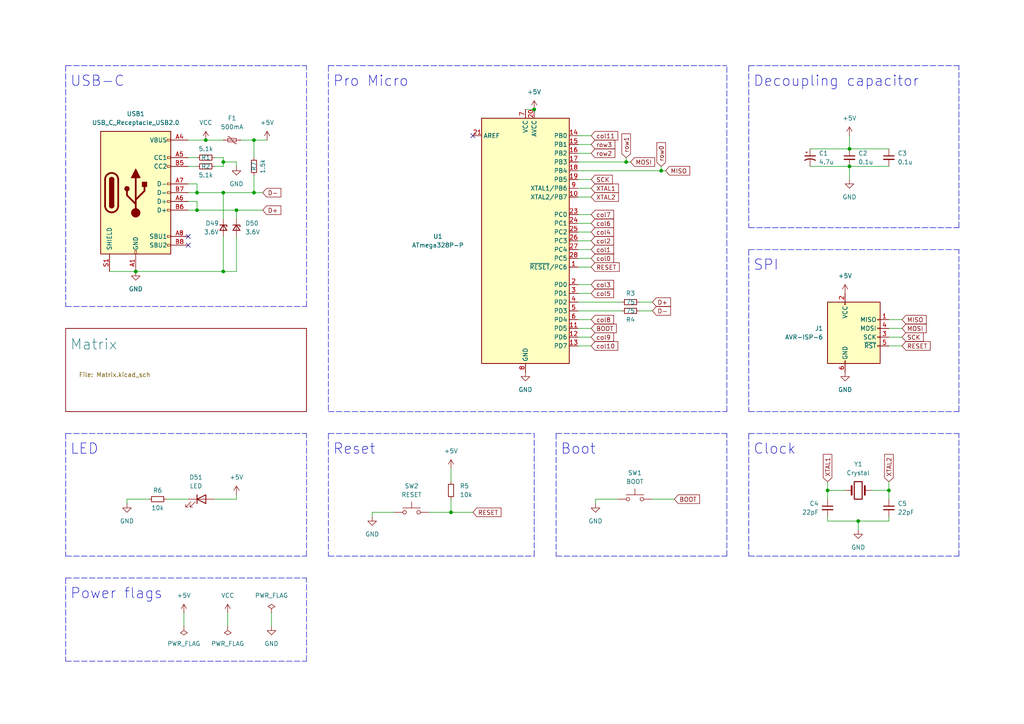
<source format=kicad_sch>
(kicad_sch
	(version 20231120)
	(generator "eeschema")
	(generator_version "8.0")
	(uuid "e63e39d7-6ac0-4ffd-8aa3-1841a4541b55")
	(paper "A4")
	(title_block
		(title "RetroVan")
		(date "2022-11-18")
		(rev "1")
		(company "ElsassKabel")
	)
	(lib_symbols
		(symbol "Connector:AVR-ISP-6"
			(pin_names
				(offset 1.016)
			)
			(exclude_from_sim no)
			(in_bom yes)
			(on_board yes)
			(property "Reference" "J"
				(at -6.35 11.43 0)
				(effects
					(font
						(size 1.27 1.27)
					)
					(justify left)
				)
			)
			(property "Value" "AVR-ISP-6"
				(at 0 11.43 0)
				(effects
					(font
						(size 1.27 1.27)
					)
					(justify left)
				)
			)
			(property "Footprint" ""
				(at -6.35 1.27 90)
				(effects
					(font
						(size 1.27 1.27)
					)
					(hide yes)
				)
			)
			(property "Datasheet" " ~"
				(at -32.385 -13.97 0)
				(effects
					(font
						(size 1.27 1.27)
					)
					(hide yes)
				)
			)
			(property "Description" "Atmel 6-pin ISP connector"
				(at 0 0 0)
				(effects
					(font
						(size 1.27 1.27)
					)
					(hide yes)
				)
			)
			(property "ki_keywords" "AVR ISP Connector"
				(at 0 0 0)
				(effects
					(font
						(size 1.27 1.27)
					)
					(hide yes)
				)
			)
			(property "ki_fp_filters" "IDC?Header*2x03* Pin?Header*2x03*"
				(at 0 0 0)
				(effects
					(font
						(size 1.27 1.27)
					)
					(hide yes)
				)
			)
			(symbol "AVR-ISP-6_0_1"
				(rectangle
					(start -2.667 -6.858)
					(end -2.413 -7.62)
					(stroke
						(width 0)
						(type default)
					)
					(fill
						(type none)
					)
				)
				(rectangle
					(start -2.667 10.16)
					(end -2.413 9.398)
					(stroke
						(width 0)
						(type default)
					)
					(fill
						(type none)
					)
				)
				(rectangle
					(start 7.62 -2.413)
					(end 6.858 -2.667)
					(stroke
						(width 0)
						(type default)
					)
					(fill
						(type none)
					)
				)
				(rectangle
					(start 7.62 0.127)
					(end 6.858 -0.127)
					(stroke
						(width 0)
						(type default)
					)
					(fill
						(type none)
					)
				)
				(rectangle
					(start 7.62 2.667)
					(end 6.858 2.413)
					(stroke
						(width 0)
						(type default)
					)
					(fill
						(type none)
					)
				)
				(rectangle
					(start 7.62 5.207)
					(end 6.858 4.953)
					(stroke
						(width 0)
						(type default)
					)
					(fill
						(type none)
					)
				)
				(rectangle
					(start 7.62 10.16)
					(end -7.62 -7.62)
					(stroke
						(width 0.254)
						(type default)
					)
					(fill
						(type background)
					)
				)
			)
			(symbol "AVR-ISP-6_1_1"
				(pin passive line
					(at 10.16 5.08 180)
					(length 2.54)
					(name "MISO"
						(effects
							(font
								(size 1.27 1.27)
							)
						)
					)
					(number "1"
						(effects
							(font
								(size 1.27 1.27)
							)
						)
					)
				)
				(pin passive line
					(at -2.54 12.7 270)
					(length 2.54)
					(name "VCC"
						(effects
							(font
								(size 1.27 1.27)
							)
						)
					)
					(number "2"
						(effects
							(font
								(size 1.27 1.27)
							)
						)
					)
				)
				(pin passive line
					(at 10.16 0 180)
					(length 2.54)
					(name "SCK"
						(effects
							(font
								(size 1.27 1.27)
							)
						)
					)
					(number "3"
						(effects
							(font
								(size 1.27 1.27)
							)
						)
					)
				)
				(pin passive line
					(at 10.16 2.54 180)
					(length 2.54)
					(name "MOSI"
						(effects
							(font
								(size 1.27 1.27)
							)
						)
					)
					(number "4"
						(effects
							(font
								(size 1.27 1.27)
							)
						)
					)
				)
				(pin passive line
					(at 10.16 -2.54 180)
					(length 2.54)
					(name "~{RST}"
						(effects
							(font
								(size 1.27 1.27)
							)
						)
					)
					(number "5"
						(effects
							(font
								(size 1.27 1.27)
							)
						)
					)
				)
				(pin passive line
					(at -2.54 -10.16 90)
					(length 2.54)
					(name "GND"
						(effects
							(font
								(size 1.27 1.27)
							)
						)
					)
					(number "6"
						(effects
							(font
								(size 1.27 1.27)
							)
						)
					)
				)
			)
		)
		(symbol "Connector:USB_C_Receptacle_USB2.0"
			(pin_names
				(offset 1.016)
			)
			(exclude_from_sim no)
			(in_bom yes)
			(on_board yes)
			(property "Reference" "J"
				(at -10.16 19.05 0)
				(effects
					(font
						(size 1.27 1.27)
					)
					(justify left)
				)
			)
			(property "Value" "USB_C_Receptacle_USB2.0"
				(at 19.05 19.05 0)
				(effects
					(font
						(size 1.27 1.27)
					)
					(justify right)
				)
			)
			(property "Footprint" ""
				(at 3.81 0 0)
				(effects
					(font
						(size 1.27 1.27)
					)
					(hide yes)
				)
			)
			(property "Datasheet" "https://www.usb.org/sites/default/files/documents/usb_type-c.zip"
				(at 3.81 0 0)
				(effects
					(font
						(size 1.27 1.27)
					)
					(hide yes)
				)
			)
			(property "Description" "USB 2.0-only Type-C Receptacle connector"
				(at 0 0 0)
				(effects
					(font
						(size 1.27 1.27)
					)
					(hide yes)
				)
			)
			(property "ki_keywords" "usb universal serial bus type-C USB2.0"
				(at 0 0 0)
				(effects
					(font
						(size 1.27 1.27)
					)
					(hide yes)
				)
			)
			(property "ki_fp_filters" "USB*C*Receptacle*"
				(at 0 0 0)
				(effects
					(font
						(size 1.27 1.27)
					)
					(hide yes)
				)
			)
			(symbol "USB_C_Receptacle_USB2.0_0_0"
				(rectangle
					(start -0.254 -17.78)
					(end 0.254 -16.764)
					(stroke
						(width 0)
						(type default)
					)
					(fill
						(type none)
					)
				)
				(rectangle
					(start 10.16 -14.986)
					(end 9.144 -15.494)
					(stroke
						(width 0)
						(type default)
					)
					(fill
						(type none)
					)
				)
				(rectangle
					(start 10.16 -12.446)
					(end 9.144 -12.954)
					(stroke
						(width 0)
						(type default)
					)
					(fill
						(type none)
					)
				)
				(rectangle
					(start 10.16 -4.826)
					(end 9.144 -5.334)
					(stroke
						(width 0)
						(type default)
					)
					(fill
						(type none)
					)
				)
				(rectangle
					(start 10.16 -2.286)
					(end 9.144 -2.794)
					(stroke
						(width 0)
						(type default)
					)
					(fill
						(type none)
					)
				)
				(rectangle
					(start 10.16 0.254)
					(end 9.144 -0.254)
					(stroke
						(width 0)
						(type default)
					)
					(fill
						(type none)
					)
				)
				(rectangle
					(start 10.16 2.794)
					(end 9.144 2.286)
					(stroke
						(width 0)
						(type default)
					)
					(fill
						(type none)
					)
				)
				(rectangle
					(start 10.16 7.874)
					(end 9.144 7.366)
					(stroke
						(width 0)
						(type default)
					)
					(fill
						(type none)
					)
				)
				(rectangle
					(start 10.16 10.414)
					(end 9.144 9.906)
					(stroke
						(width 0)
						(type default)
					)
					(fill
						(type none)
					)
				)
				(rectangle
					(start 10.16 15.494)
					(end 9.144 14.986)
					(stroke
						(width 0)
						(type default)
					)
					(fill
						(type none)
					)
				)
			)
			(symbol "USB_C_Receptacle_USB2.0_0_1"
				(rectangle
					(start -10.16 17.78)
					(end 10.16 -17.78)
					(stroke
						(width 0.254)
						(type default)
					)
					(fill
						(type background)
					)
				)
				(arc
					(start -8.89 -3.81)
					(mid -6.985 -5.7066)
					(end -5.08 -3.81)
					(stroke
						(width 0.508)
						(type default)
					)
					(fill
						(type none)
					)
				)
				(arc
					(start -7.62 -3.81)
					(mid -6.985 -4.4422)
					(end -6.35 -3.81)
					(stroke
						(width 0.254)
						(type default)
					)
					(fill
						(type none)
					)
				)
				(arc
					(start -7.62 -3.81)
					(mid -6.985 -4.4422)
					(end -6.35 -3.81)
					(stroke
						(width 0.254)
						(type default)
					)
					(fill
						(type outline)
					)
				)
				(rectangle
					(start -7.62 -3.81)
					(end -6.35 3.81)
					(stroke
						(width 0.254)
						(type default)
					)
					(fill
						(type outline)
					)
				)
				(arc
					(start -6.35 3.81)
					(mid -6.985 4.4422)
					(end -7.62 3.81)
					(stroke
						(width 0.254)
						(type default)
					)
					(fill
						(type none)
					)
				)
				(arc
					(start -6.35 3.81)
					(mid -6.985 4.4422)
					(end -7.62 3.81)
					(stroke
						(width 0.254)
						(type default)
					)
					(fill
						(type outline)
					)
				)
				(arc
					(start -5.08 3.81)
					(mid -6.985 5.7066)
					(end -8.89 3.81)
					(stroke
						(width 0.508)
						(type default)
					)
					(fill
						(type none)
					)
				)
				(circle
					(center -2.54 1.143)
					(radius 0.635)
					(stroke
						(width 0.254)
						(type default)
					)
					(fill
						(type outline)
					)
				)
				(circle
					(center 0 -5.842)
					(radius 1.27)
					(stroke
						(width 0)
						(type default)
					)
					(fill
						(type outline)
					)
				)
				(polyline
					(pts
						(xy -8.89 -3.81) (xy -8.89 3.81)
					)
					(stroke
						(width 0.508)
						(type default)
					)
					(fill
						(type none)
					)
				)
				(polyline
					(pts
						(xy -5.08 3.81) (xy -5.08 -3.81)
					)
					(stroke
						(width 0.508)
						(type default)
					)
					(fill
						(type none)
					)
				)
				(polyline
					(pts
						(xy 0 -5.842) (xy 0 4.318)
					)
					(stroke
						(width 0.508)
						(type default)
					)
					(fill
						(type none)
					)
				)
				(polyline
					(pts
						(xy 0 -3.302) (xy -2.54 -0.762) (xy -2.54 0.508)
					)
					(stroke
						(width 0.508)
						(type default)
					)
					(fill
						(type none)
					)
				)
				(polyline
					(pts
						(xy 0 -2.032) (xy 2.54 0.508) (xy 2.54 1.778)
					)
					(stroke
						(width 0.508)
						(type default)
					)
					(fill
						(type none)
					)
				)
				(polyline
					(pts
						(xy -1.27 4.318) (xy 0 6.858) (xy 1.27 4.318) (xy -1.27 4.318)
					)
					(stroke
						(width 0.254)
						(type default)
					)
					(fill
						(type outline)
					)
				)
				(rectangle
					(start 1.905 1.778)
					(end 3.175 3.048)
					(stroke
						(width 0.254)
						(type default)
					)
					(fill
						(type outline)
					)
				)
			)
			(symbol "USB_C_Receptacle_USB2.0_1_1"
				(pin passive line
					(at 0 -22.86 90)
					(length 5.08)
					(name "GND"
						(effects
							(font
								(size 1.27 1.27)
							)
						)
					)
					(number "A1"
						(effects
							(font
								(size 1.27 1.27)
							)
						)
					)
				)
				(pin passive line
					(at 0 -22.86 90)
					(length 5.08) hide
					(name "GND"
						(effects
							(font
								(size 1.27 1.27)
							)
						)
					)
					(number "A12"
						(effects
							(font
								(size 1.27 1.27)
							)
						)
					)
				)
				(pin passive line
					(at 15.24 15.24 180)
					(length 5.08)
					(name "VBUS"
						(effects
							(font
								(size 1.27 1.27)
							)
						)
					)
					(number "A4"
						(effects
							(font
								(size 1.27 1.27)
							)
						)
					)
				)
				(pin bidirectional line
					(at 15.24 10.16 180)
					(length 5.08)
					(name "CC1"
						(effects
							(font
								(size 1.27 1.27)
							)
						)
					)
					(number "A5"
						(effects
							(font
								(size 1.27 1.27)
							)
						)
					)
				)
				(pin bidirectional line
					(at 15.24 -2.54 180)
					(length 5.08)
					(name "D+"
						(effects
							(font
								(size 1.27 1.27)
							)
						)
					)
					(number "A6"
						(effects
							(font
								(size 1.27 1.27)
							)
						)
					)
				)
				(pin bidirectional line
					(at 15.24 2.54 180)
					(length 5.08)
					(name "D-"
						(effects
							(font
								(size 1.27 1.27)
							)
						)
					)
					(number "A7"
						(effects
							(font
								(size 1.27 1.27)
							)
						)
					)
				)
				(pin bidirectional line
					(at 15.24 -12.7 180)
					(length 5.08)
					(name "SBU1"
						(effects
							(font
								(size 1.27 1.27)
							)
						)
					)
					(number "A8"
						(effects
							(font
								(size 1.27 1.27)
							)
						)
					)
				)
				(pin passive line
					(at 15.24 15.24 180)
					(length 5.08) hide
					(name "VBUS"
						(effects
							(font
								(size 1.27 1.27)
							)
						)
					)
					(number "A9"
						(effects
							(font
								(size 1.27 1.27)
							)
						)
					)
				)
				(pin passive line
					(at 0 -22.86 90)
					(length 5.08) hide
					(name "GND"
						(effects
							(font
								(size 1.27 1.27)
							)
						)
					)
					(number "B1"
						(effects
							(font
								(size 1.27 1.27)
							)
						)
					)
				)
				(pin passive line
					(at 0 -22.86 90)
					(length 5.08) hide
					(name "GND"
						(effects
							(font
								(size 1.27 1.27)
							)
						)
					)
					(number "B12"
						(effects
							(font
								(size 1.27 1.27)
							)
						)
					)
				)
				(pin passive line
					(at 15.24 15.24 180)
					(length 5.08) hide
					(name "VBUS"
						(effects
							(font
								(size 1.27 1.27)
							)
						)
					)
					(number "B4"
						(effects
							(font
								(size 1.27 1.27)
							)
						)
					)
				)
				(pin bidirectional line
					(at 15.24 7.62 180)
					(length 5.08)
					(name "CC2"
						(effects
							(font
								(size 1.27 1.27)
							)
						)
					)
					(number "B5"
						(effects
							(font
								(size 1.27 1.27)
							)
						)
					)
				)
				(pin bidirectional line
					(at 15.24 -5.08 180)
					(length 5.08)
					(name "D+"
						(effects
							(font
								(size 1.27 1.27)
							)
						)
					)
					(number "B6"
						(effects
							(font
								(size 1.27 1.27)
							)
						)
					)
				)
				(pin bidirectional line
					(at 15.24 0 180)
					(length 5.08)
					(name "D-"
						(effects
							(font
								(size 1.27 1.27)
							)
						)
					)
					(number "B7"
						(effects
							(font
								(size 1.27 1.27)
							)
						)
					)
				)
				(pin bidirectional line
					(at 15.24 -15.24 180)
					(length 5.08)
					(name "SBU2"
						(effects
							(font
								(size 1.27 1.27)
							)
						)
					)
					(number "B8"
						(effects
							(font
								(size 1.27 1.27)
							)
						)
					)
				)
				(pin passive line
					(at 15.24 15.24 180)
					(length 5.08) hide
					(name "VBUS"
						(effects
							(font
								(size 1.27 1.27)
							)
						)
					)
					(number "B9"
						(effects
							(font
								(size 1.27 1.27)
							)
						)
					)
				)
				(pin passive line
					(at -7.62 -22.86 90)
					(length 5.08)
					(name "SHIELD"
						(effects
							(font
								(size 1.27 1.27)
							)
						)
					)
					(number "S1"
						(effects
							(font
								(size 1.27 1.27)
							)
						)
					)
				)
			)
		)
		(symbol "Device:C_Polarized_Small_US"
			(pin_numbers hide)
			(pin_names
				(offset 0.254) hide)
			(exclude_from_sim no)
			(in_bom yes)
			(on_board yes)
			(property "Reference" "C"
				(at 0.254 1.778 0)
				(effects
					(font
						(size 1.27 1.27)
					)
					(justify left)
				)
			)
			(property "Value" "C_Polarized_Small_US"
				(at 0.254 -2.032 0)
				(effects
					(font
						(size 1.27 1.27)
					)
					(justify left)
				)
			)
			(property "Footprint" ""
				(at 0 0 0)
				(effects
					(font
						(size 1.27 1.27)
					)
					(hide yes)
				)
			)
			(property "Datasheet" "~"
				(at 0 0 0)
				(effects
					(font
						(size 1.27 1.27)
					)
					(hide yes)
				)
			)
			(property "Description" "Polarized capacitor, small US symbol"
				(at 0 0 0)
				(effects
					(font
						(size 1.27 1.27)
					)
					(hide yes)
				)
			)
			(property "ki_keywords" "cap capacitor"
				(at 0 0 0)
				(effects
					(font
						(size 1.27 1.27)
					)
					(hide yes)
				)
			)
			(property "ki_fp_filters" "CP_*"
				(at 0 0 0)
				(effects
					(font
						(size 1.27 1.27)
					)
					(hide yes)
				)
			)
			(symbol "C_Polarized_Small_US_0_1"
				(polyline
					(pts
						(xy -1.524 0.508) (xy 1.524 0.508)
					)
					(stroke
						(width 0.3048)
						(type default)
					)
					(fill
						(type none)
					)
				)
				(polyline
					(pts
						(xy -1.27 1.524) (xy -0.762 1.524)
					)
					(stroke
						(width 0)
						(type default)
					)
					(fill
						(type none)
					)
				)
				(polyline
					(pts
						(xy -1.016 1.27) (xy -1.016 1.778)
					)
					(stroke
						(width 0)
						(type default)
					)
					(fill
						(type none)
					)
				)
				(arc
					(start 1.524 -0.762)
					(mid 0 -0.3734)
					(end -1.524 -0.762)
					(stroke
						(width 0.3048)
						(type default)
					)
					(fill
						(type none)
					)
				)
			)
			(symbol "C_Polarized_Small_US_1_1"
				(pin passive line
					(at 0 2.54 270)
					(length 2.032)
					(name "~"
						(effects
							(font
								(size 1.27 1.27)
							)
						)
					)
					(number "1"
						(effects
							(font
								(size 1.27 1.27)
							)
						)
					)
				)
				(pin passive line
					(at 0 -2.54 90)
					(length 2.032)
					(name "~"
						(effects
							(font
								(size 1.27 1.27)
							)
						)
					)
					(number "2"
						(effects
							(font
								(size 1.27 1.27)
							)
						)
					)
				)
			)
		)
		(symbol "Device:C_Small"
			(pin_numbers hide)
			(pin_names
				(offset 0.254) hide)
			(exclude_from_sim no)
			(in_bom yes)
			(on_board yes)
			(property "Reference" "C"
				(at 0.254 1.778 0)
				(effects
					(font
						(size 1.27 1.27)
					)
					(justify left)
				)
			)
			(property "Value" "C_Small"
				(at 0.254 -2.032 0)
				(effects
					(font
						(size 1.27 1.27)
					)
					(justify left)
				)
			)
			(property "Footprint" ""
				(at 0 0 0)
				(effects
					(font
						(size 1.27 1.27)
					)
					(hide yes)
				)
			)
			(property "Datasheet" "~"
				(at 0 0 0)
				(effects
					(font
						(size 1.27 1.27)
					)
					(hide yes)
				)
			)
			(property "Description" "Unpolarized capacitor, small symbol"
				(at 0 0 0)
				(effects
					(font
						(size 1.27 1.27)
					)
					(hide yes)
				)
			)
			(property "ki_keywords" "capacitor cap"
				(at 0 0 0)
				(effects
					(font
						(size 1.27 1.27)
					)
					(hide yes)
				)
			)
			(property "ki_fp_filters" "C_*"
				(at 0 0 0)
				(effects
					(font
						(size 1.27 1.27)
					)
					(hide yes)
				)
			)
			(symbol "C_Small_0_1"
				(polyline
					(pts
						(xy -1.524 -0.508) (xy 1.524 -0.508)
					)
					(stroke
						(width 0.3302)
						(type default)
					)
					(fill
						(type none)
					)
				)
				(polyline
					(pts
						(xy -1.524 0.508) (xy 1.524 0.508)
					)
					(stroke
						(width 0.3048)
						(type default)
					)
					(fill
						(type none)
					)
				)
			)
			(symbol "C_Small_1_1"
				(pin passive line
					(at 0 2.54 270)
					(length 2.032)
					(name "~"
						(effects
							(font
								(size 1.27 1.27)
							)
						)
					)
					(number "1"
						(effects
							(font
								(size 1.27 1.27)
							)
						)
					)
				)
				(pin passive line
					(at 0 -2.54 90)
					(length 2.032)
					(name "~"
						(effects
							(font
								(size 1.27 1.27)
							)
						)
					)
					(number "2"
						(effects
							(font
								(size 1.27 1.27)
							)
						)
					)
				)
			)
		)
		(symbol "Device:Crystal"
			(pin_numbers hide)
			(pin_names
				(offset 1.016) hide)
			(exclude_from_sim no)
			(in_bom yes)
			(on_board yes)
			(property "Reference" "Y"
				(at 0 3.81 0)
				(effects
					(font
						(size 1.27 1.27)
					)
				)
			)
			(property "Value" "Crystal"
				(at 0 -3.81 0)
				(effects
					(font
						(size 1.27 1.27)
					)
				)
			)
			(property "Footprint" ""
				(at 0 0 0)
				(effects
					(font
						(size 1.27 1.27)
					)
					(hide yes)
				)
			)
			(property "Datasheet" "~"
				(at 0 0 0)
				(effects
					(font
						(size 1.27 1.27)
					)
					(hide yes)
				)
			)
			(property "Description" "Two pin crystal"
				(at 0 0 0)
				(effects
					(font
						(size 1.27 1.27)
					)
					(hide yes)
				)
			)
			(property "ki_keywords" "quartz ceramic resonator oscillator"
				(at 0 0 0)
				(effects
					(font
						(size 1.27 1.27)
					)
					(hide yes)
				)
			)
			(property "ki_fp_filters" "Crystal*"
				(at 0 0 0)
				(effects
					(font
						(size 1.27 1.27)
					)
					(hide yes)
				)
			)
			(symbol "Crystal_0_1"
				(rectangle
					(start -1.143 2.54)
					(end 1.143 -2.54)
					(stroke
						(width 0.3048)
						(type default)
					)
					(fill
						(type none)
					)
				)
				(polyline
					(pts
						(xy -2.54 0) (xy -1.905 0)
					)
					(stroke
						(width 0)
						(type default)
					)
					(fill
						(type none)
					)
				)
				(polyline
					(pts
						(xy -1.905 -1.27) (xy -1.905 1.27)
					)
					(stroke
						(width 0.508)
						(type default)
					)
					(fill
						(type none)
					)
				)
				(polyline
					(pts
						(xy 1.905 -1.27) (xy 1.905 1.27)
					)
					(stroke
						(width 0.508)
						(type default)
					)
					(fill
						(type none)
					)
				)
				(polyline
					(pts
						(xy 2.54 0) (xy 1.905 0)
					)
					(stroke
						(width 0)
						(type default)
					)
					(fill
						(type none)
					)
				)
			)
			(symbol "Crystal_1_1"
				(pin passive line
					(at -3.81 0 0)
					(length 1.27)
					(name "1"
						(effects
							(font
								(size 1.27 1.27)
							)
						)
					)
					(number "1"
						(effects
							(font
								(size 1.27 1.27)
							)
						)
					)
				)
				(pin passive line
					(at 3.81 0 180)
					(length 1.27)
					(name "2"
						(effects
							(font
								(size 1.27 1.27)
							)
						)
					)
					(number "2"
						(effects
							(font
								(size 1.27 1.27)
							)
						)
					)
				)
			)
		)
		(symbol "Device:D_Zener_Small"
			(pin_numbers hide)
			(pin_names
				(offset 0.254) hide)
			(exclude_from_sim no)
			(in_bom yes)
			(on_board yes)
			(property "Reference" "D"
				(at 0 2.286 0)
				(effects
					(font
						(size 1.27 1.27)
					)
				)
			)
			(property "Value" "D_Zener_Small"
				(at 0 -2.286 0)
				(effects
					(font
						(size 1.27 1.27)
					)
				)
			)
			(property "Footprint" ""
				(at 0 0 90)
				(effects
					(font
						(size 1.27 1.27)
					)
					(hide yes)
				)
			)
			(property "Datasheet" "~"
				(at 0 0 90)
				(effects
					(font
						(size 1.27 1.27)
					)
					(hide yes)
				)
			)
			(property "Description" "Zener diode, small symbol"
				(at 0 0 0)
				(effects
					(font
						(size 1.27 1.27)
					)
					(hide yes)
				)
			)
			(property "ki_keywords" "diode"
				(at 0 0 0)
				(effects
					(font
						(size 1.27 1.27)
					)
					(hide yes)
				)
			)
			(property "ki_fp_filters" "TO-???* *_Diode_* *SingleDiode* D_*"
				(at 0 0 0)
				(effects
					(font
						(size 1.27 1.27)
					)
					(hide yes)
				)
			)
			(symbol "D_Zener_Small_0_1"
				(polyline
					(pts
						(xy 0.762 0) (xy -0.762 0)
					)
					(stroke
						(width 0)
						(type default)
					)
					(fill
						(type none)
					)
				)
				(polyline
					(pts
						(xy -0.254 1.016) (xy -0.762 1.016) (xy -0.762 -1.016)
					)
					(stroke
						(width 0.254)
						(type default)
					)
					(fill
						(type none)
					)
				)
				(polyline
					(pts
						(xy 0.762 1.016) (xy -0.762 0) (xy 0.762 -1.016) (xy 0.762 1.016)
					)
					(stroke
						(width 0.254)
						(type default)
					)
					(fill
						(type none)
					)
				)
			)
			(symbol "D_Zener_Small_1_1"
				(pin passive line
					(at -2.54 0 0)
					(length 1.778)
					(name "K"
						(effects
							(font
								(size 1.27 1.27)
							)
						)
					)
					(number "1"
						(effects
							(font
								(size 1.27 1.27)
							)
						)
					)
				)
				(pin passive line
					(at 2.54 0 180)
					(length 1.778)
					(name "A"
						(effects
							(font
								(size 1.27 1.27)
							)
						)
					)
					(number "2"
						(effects
							(font
								(size 1.27 1.27)
							)
						)
					)
				)
			)
		)
		(symbol "Device:LED"
			(pin_numbers hide)
			(pin_names
				(offset 1.016) hide)
			(exclude_from_sim no)
			(in_bom yes)
			(on_board yes)
			(property "Reference" "D"
				(at 0 2.54 0)
				(effects
					(font
						(size 1.27 1.27)
					)
				)
			)
			(property "Value" "LED"
				(at 0 -2.54 0)
				(effects
					(font
						(size 1.27 1.27)
					)
				)
			)
			(property "Footprint" ""
				(at 0 0 0)
				(effects
					(font
						(size 1.27 1.27)
					)
					(hide yes)
				)
			)
			(property "Datasheet" "~"
				(at 0 0 0)
				(effects
					(font
						(size 1.27 1.27)
					)
					(hide yes)
				)
			)
			(property "Description" "Light emitting diode"
				(at 0 0 0)
				(effects
					(font
						(size 1.27 1.27)
					)
					(hide yes)
				)
			)
			(property "ki_keywords" "LED diode"
				(at 0 0 0)
				(effects
					(font
						(size 1.27 1.27)
					)
					(hide yes)
				)
			)
			(property "ki_fp_filters" "LED* LED_SMD:* LED_THT:*"
				(at 0 0 0)
				(effects
					(font
						(size 1.27 1.27)
					)
					(hide yes)
				)
			)
			(symbol "LED_0_1"
				(polyline
					(pts
						(xy -1.27 -1.27) (xy -1.27 1.27)
					)
					(stroke
						(width 0.254)
						(type default)
					)
					(fill
						(type none)
					)
				)
				(polyline
					(pts
						(xy -1.27 0) (xy 1.27 0)
					)
					(stroke
						(width 0)
						(type default)
					)
					(fill
						(type none)
					)
				)
				(polyline
					(pts
						(xy 1.27 -1.27) (xy 1.27 1.27) (xy -1.27 0) (xy 1.27 -1.27)
					)
					(stroke
						(width 0.254)
						(type default)
					)
					(fill
						(type none)
					)
				)
				(polyline
					(pts
						(xy -3.048 -0.762) (xy -4.572 -2.286) (xy -3.81 -2.286) (xy -4.572 -2.286) (xy -4.572 -1.524)
					)
					(stroke
						(width 0)
						(type default)
					)
					(fill
						(type none)
					)
				)
				(polyline
					(pts
						(xy -1.778 -0.762) (xy -3.302 -2.286) (xy -2.54 -2.286) (xy -3.302 -2.286) (xy -3.302 -1.524)
					)
					(stroke
						(width 0)
						(type default)
					)
					(fill
						(type none)
					)
				)
			)
			(symbol "LED_1_1"
				(pin passive line
					(at -3.81 0 0)
					(length 2.54)
					(name "K"
						(effects
							(font
								(size 1.27 1.27)
							)
						)
					)
					(number "1"
						(effects
							(font
								(size 1.27 1.27)
							)
						)
					)
				)
				(pin passive line
					(at 3.81 0 180)
					(length 2.54)
					(name "A"
						(effects
							(font
								(size 1.27 1.27)
							)
						)
					)
					(number "2"
						(effects
							(font
								(size 1.27 1.27)
							)
						)
					)
				)
			)
		)
		(symbol "Device:Polyfuse_Small"
			(pin_numbers hide)
			(pin_names
				(offset 0)
			)
			(exclude_from_sim no)
			(in_bom yes)
			(on_board yes)
			(property "Reference" "F"
				(at -1.905 0 90)
				(effects
					(font
						(size 1.27 1.27)
					)
				)
			)
			(property "Value" "Polyfuse_Small"
				(at 1.905 0 90)
				(effects
					(font
						(size 1.27 1.27)
					)
				)
			)
			(property "Footprint" ""
				(at 1.27 -5.08 0)
				(effects
					(font
						(size 1.27 1.27)
					)
					(justify left)
					(hide yes)
				)
			)
			(property "Datasheet" "~"
				(at 0 0 0)
				(effects
					(font
						(size 1.27 1.27)
					)
					(hide yes)
				)
			)
			(property "Description" "Resettable fuse, polymeric positive temperature coefficient, small symbol"
				(at 0 0 0)
				(effects
					(font
						(size 1.27 1.27)
					)
					(hide yes)
				)
			)
			(property "ki_keywords" "resettable fuse PTC PPTC polyfuse polyswitch"
				(at 0 0 0)
				(effects
					(font
						(size 1.27 1.27)
					)
					(hide yes)
				)
			)
			(property "ki_fp_filters" "*polyfuse* *PTC*"
				(at 0 0 0)
				(effects
					(font
						(size 1.27 1.27)
					)
					(hide yes)
				)
			)
			(symbol "Polyfuse_Small_0_1"
				(rectangle
					(start -0.508 1.27)
					(end 0.508 -1.27)
					(stroke
						(width 0)
						(type default)
					)
					(fill
						(type none)
					)
				)
				(polyline
					(pts
						(xy 0 2.54) (xy 0 -2.54)
					)
					(stroke
						(width 0)
						(type default)
					)
					(fill
						(type none)
					)
				)
				(polyline
					(pts
						(xy -1.016 1.27) (xy -1.016 0.762) (xy 1.016 -0.762) (xy 1.016 -1.27)
					)
					(stroke
						(width 0)
						(type default)
					)
					(fill
						(type none)
					)
				)
			)
			(symbol "Polyfuse_Small_1_1"
				(pin passive line
					(at 0 2.54 270)
					(length 0.635)
					(name "~"
						(effects
							(font
								(size 1.27 1.27)
							)
						)
					)
					(number "1"
						(effects
							(font
								(size 1.27 1.27)
							)
						)
					)
				)
				(pin passive line
					(at 0 -2.54 90)
					(length 0.635)
					(name "~"
						(effects
							(font
								(size 1.27 1.27)
							)
						)
					)
					(number "2"
						(effects
							(font
								(size 1.27 1.27)
							)
						)
					)
				)
			)
		)
		(symbol "Device:R_Small"
			(pin_numbers hide)
			(pin_names
				(offset 0.254) hide)
			(exclude_from_sim no)
			(in_bom yes)
			(on_board yes)
			(property "Reference" "R"
				(at 0.762 0.508 0)
				(effects
					(font
						(size 1.27 1.27)
					)
					(justify left)
				)
			)
			(property "Value" "R_Small"
				(at 0.762 -1.016 0)
				(effects
					(font
						(size 1.27 1.27)
					)
					(justify left)
				)
			)
			(property "Footprint" ""
				(at 0 0 0)
				(effects
					(font
						(size 1.27 1.27)
					)
					(hide yes)
				)
			)
			(property "Datasheet" "~"
				(at 0 0 0)
				(effects
					(font
						(size 1.27 1.27)
					)
					(hide yes)
				)
			)
			(property "Description" "Resistor, small symbol"
				(at 0 0 0)
				(effects
					(font
						(size 1.27 1.27)
					)
					(hide yes)
				)
			)
			(property "ki_keywords" "R resistor"
				(at 0 0 0)
				(effects
					(font
						(size 1.27 1.27)
					)
					(hide yes)
				)
			)
			(property "ki_fp_filters" "R_*"
				(at 0 0 0)
				(effects
					(font
						(size 1.27 1.27)
					)
					(hide yes)
				)
			)
			(symbol "R_Small_0_1"
				(rectangle
					(start -0.762 1.778)
					(end 0.762 -1.778)
					(stroke
						(width 0.2032)
						(type default)
					)
					(fill
						(type none)
					)
				)
			)
			(symbol "R_Small_1_1"
				(pin passive line
					(at 0 2.54 270)
					(length 0.762)
					(name "~"
						(effects
							(font
								(size 1.27 1.27)
							)
						)
					)
					(number "1"
						(effects
							(font
								(size 1.27 1.27)
							)
						)
					)
				)
				(pin passive line
					(at 0 -2.54 90)
					(length 0.762)
					(name "~"
						(effects
							(font
								(size 1.27 1.27)
							)
						)
					)
					(number "2"
						(effects
							(font
								(size 1.27 1.27)
							)
						)
					)
				)
			)
		)
		(symbol "MCU_Microchip_ATmega:ATmega328P-P"
			(exclude_from_sim no)
			(in_bom yes)
			(on_board yes)
			(property "Reference" "U"
				(at -12.7 36.83 0)
				(effects
					(font
						(size 1.27 1.27)
					)
					(justify left bottom)
				)
			)
			(property "Value" "ATmega328P-P"
				(at 2.54 -36.83 0)
				(effects
					(font
						(size 1.27 1.27)
					)
					(justify left top)
				)
			)
			(property "Footprint" "Package_DIP:DIP-28_W7.62mm"
				(at 0 0 0)
				(effects
					(font
						(size 1.27 1.27)
						(italic yes)
					)
					(hide yes)
				)
			)
			(property "Datasheet" "http://ww1.microchip.com/downloads/en/DeviceDoc/ATmega328_P%20AVR%20MCU%20with%20picoPower%20Technology%20Data%20Sheet%2040001984A.pdf"
				(at 0 0 0)
				(effects
					(font
						(size 1.27 1.27)
					)
					(hide yes)
				)
			)
			(property "Description" "20MHz, 32kB Flash, 2kB SRAM, 1kB EEPROM, DIP-28"
				(at 0 0 0)
				(effects
					(font
						(size 1.27 1.27)
					)
					(hide yes)
				)
			)
			(property "ki_keywords" "AVR 8bit Microcontroller MegaAVR PicoPower"
				(at 0 0 0)
				(effects
					(font
						(size 1.27 1.27)
					)
					(hide yes)
				)
			)
			(property "ki_fp_filters" "DIP*W7.62mm*"
				(at 0 0 0)
				(effects
					(font
						(size 1.27 1.27)
					)
					(hide yes)
				)
			)
			(symbol "ATmega328P-P_0_1"
				(rectangle
					(start -12.7 -35.56)
					(end 12.7 35.56)
					(stroke
						(width 0.254)
						(type default)
					)
					(fill
						(type background)
					)
				)
			)
			(symbol "ATmega328P-P_1_1"
				(pin bidirectional line
					(at 15.24 -7.62 180)
					(length 2.54)
					(name "~{RESET}/PC6"
						(effects
							(font
								(size 1.27 1.27)
							)
						)
					)
					(number "1"
						(effects
							(font
								(size 1.27 1.27)
							)
						)
					)
				)
				(pin bidirectional line
					(at 15.24 12.7 180)
					(length 2.54)
					(name "XTAL2/PB7"
						(effects
							(font
								(size 1.27 1.27)
							)
						)
					)
					(number "10"
						(effects
							(font
								(size 1.27 1.27)
							)
						)
					)
				)
				(pin bidirectional line
					(at 15.24 -25.4 180)
					(length 2.54)
					(name "PD5"
						(effects
							(font
								(size 1.27 1.27)
							)
						)
					)
					(number "11"
						(effects
							(font
								(size 1.27 1.27)
							)
						)
					)
				)
				(pin bidirectional line
					(at 15.24 -27.94 180)
					(length 2.54)
					(name "PD6"
						(effects
							(font
								(size 1.27 1.27)
							)
						)
					)
					(number "12"
						(effects
							(font
								(size 1.27 1.27)
							)
						)
					)
				)
				(pin bidirectional line
					(at 15.24 -30.48 180)
					(length 2.54)
					(name "PD7"
						(effects
							(font
								(size 1.27 1.27)
							)
						)
					)
					(number "13"
						(effects
							(font
								(size 1.27 1.27)
							)
						)
					)
				)
				(pin bidirectional line
					(at 15.24 30.48 180)
					(length 2.54)
					(name "PB0"
						(effects
							(font
								(size 1.27 1.27)
							)
						)
					)
					(number "14"
						(effects
							(font
								(size 1.27 1.27)
							)
						)
					)
				)
				(pin bidirectional line
					(at 15.24 27.94 180)
					(length 2.54)
					(name "PB1"
						(effects
							(font
								(size 1.27 1.27)
							)
						)
					)
					(number "15"
						(effects
							(font
								(size 1.27 1.27)
							)
						)
					)
				)
				(pin bidirectional line
					(at 15.24 25.4 180)
					(length 2.54)
					(name "PB2"
						(effects
							(font
								(size 1.27 1.27)
							)
						)
					)
					(number "16"
						(effects
							(font
								(size 1.27 1.27)
							)
						)
					)
				)
				(pin bidirectional line
					(at 15.24 22.86 180)
					(length 2.54)
					(name "PB3"
						(effects
							(font
								(size 1.27 1.27)
							)
						)
					)
					(number "17"
						(effects
							(font
								(size 1.27 1.27)
							)
						)
					)
				)
				(pin bidirectional line
					(at 15.24 20.32 180)
					(length 2.54)
					(name "PB4"
						(effects
							(font
								(size 1.27 1.27)
							)
						)
					)
					(number "18"
						(effects
							(font
								(size 1.27 1.27)
							)
						)
					)
				)
				(pin bidirectional line
					(at 15.24 17.78 180)
					(length 2.54)
					(name "PB5"
						(effects
							(font
								(size 1.27 1.27)
							)
						)
					)
					(number "19"
						(effects
							(font
								(size 1.27 1.27)
							)
						)
					)
				)
				(pin bidirectional line
					(at 15.24 -12.7 180)
					(length 2.54)
					(name "PD0"
						(effects
							(font
								(size 1.27 1.27)
							)
						)
					)
					(number "2"
						(effects
							(font
								(size 1.27 1.27)
							)
						)
					)
				)
				(pin power_in line
					(at 2.54 38.1 270)
					(length 2.54)
					(name "AVCC"
						(effects
							(font
								(size 1.27 1.27)
							)
						)
					)
					(number "20"
						(effects
							(font
								(size 1.27 1.27)
							)
						)
					)
				)
				(pin passive line
					(at -15.24 30.48 0)
					(length 2.54)
					(name "AREF"
						(effects
							(font
								(size 1.27 1.27)
							)
						)
					)
					(number "21"
						(effects
							(font
								(size 1.27 1.27)
							)
						)
					)
				)
				(pin passive line
					(at 0 -38.1 90)
					(length 2.54) hide
					(name "GND"
						(effects
							(font
								(size 1.27 1.27)
							)
						)
					)
					(number "22"
						(effects
							(font
								(size 1.27 1.27)
							)
						)
					)
				)
				(pin bidirectional line
					(at 15.24 7.62 180)
					(length 2.54)
					(name "PC0"
						(effects
							(font
								(size 1.27 1.27)
							)
						)
					)
					(number "23"
						(effects
							(font
								(size 1.27 1.27)
							)
						)
					)
				)
				(pin bidirectional line
					(at 15.24 5.08 180)
					(length 2.54)
					(name "PC1"
						(effects
							(font
								(size 1.27 1.27)
							)
						)
					)
					(number "24"
						(effects
							(font
								(size 1.27 1.27)
							)
						)
					)
				)
				(pin bidirectional line
					(at 15.24 2.54 180)
					(length 2.54)
					(name "PC2"
						(effects
							(font
								(size 1.27 1.27)
							)
						)
					)
					(number "25"
						(effects
							(font
								(size 1.27 1.27)
							)
						)
					)
				)
				(pin bidirectional line
					(at 15.24 0 180)
					(length 2.54)
					(name "PC3"
						(effects
							(font
								(size 1.27 1.27)
							)
						)
					)
					(number "26"
						(effects
							(font
								(size 1.27 1.27)
							)
						)
					)
				)
				(pin bidirectional line
					(at 15.24 -2.54 180)
					(length 2.54)
					(name "PC4"
						(effects
							(font
								(size 1.27 1.27)
							)
						)
					)
					(number "27"
						(effects
							(font
								(size 1.27 1.27)
							)
						)
					)
				)
				(pin bidirectional line
					(at 15.24 -5.08 180)
					(length 2.54)
					(name "PC5"
						(effects
							(font
								(size 1.27 1.27)
							)
						)
					)
					(number "28"
						(effects
							(font
								(size 1.27 1.27)
							)
						)
					)
				)
				(pin bidirectional line
					(at 15.24 -15.24 180)
					(length 2.54)
					(name "PD1"
						(effects
							(font
								(size 1.27 1.27)
							)
						)
					)
					(number "3"
						(effects
							(font
								(size 1.27 1.27)
							)
						)
					)
				)
				(pin bidirectional line
					(at 15.24 -17.78 180)
					(length 2.54)
					(name "PD2"
						(effects
							(font
								(size 1.27 1.27)
							)
						)
					)
					(number "4"
						(effects
							(font
								(size 1.27 1.27)
							)
						)
					)
				)
				(pin bidirectional line
					(at 15.24 -20.32 180)
					(length 2.54)
					(name "PD3"
						(effects
							(font
								(size 1.27 1.27)
							)
						)
					)
					(number "5"
						(effects
							(font
								(size 1.27 1.27)
							)
						)
					)
				)
				(pin bidirectional line
					(at 15.24 -22.86 180)
					(length 2.54)
					(name "PD4"
						(effects
							(font
								(size 1.27 1.27)
							)
						)
					)
					(number "6"
						(effects
							(font
								(size 1.27 1.27)
							)
						)
					)
				)
				(pin power_in line
					(at 0 38.1 270)
					(length 2.54)
					(name "VCC"
						(effects
							(font
								(size 1.27 1.27)
							)
						)
					)
					(number "7"
						(effects
							(font
								(size 1.27 1.27)
							)
						)
					)
				)
				(pin power_in line
					(at 0 -38.1 90)
					(length 2.54)
					(name "GND"
						(effects
							(font
								(size 1.27 1.27)
							)
						)
					)
					(number "8"
						(effects
							(font
								(size 1.27 1.27)
							)
						)
					)
				)
				(pin bidirectional line
					(at 15.24 15.24 180)
					(length 2.54)
					(name "XTAL1/PB6"
						(effects
							(font
								(size 1.27 1.27)
							)
						)
					)
					(number "9"
						(effects
							(font
								(size 1.27 1.27)
							)
						)
					)
				)
			)
		)
		(symbol "Switch:SW_Push"
			(pin_numbers hide)
			(pin_names
				(offset 1.016) hide)
			(exclude_from_sim no)
			(in_bom yes)
			(on_board yes)
			(property "Reference" "SW"
				(at 1.27 2.54 0)
				(effects
					(font
						(size 1.27 1.27)
					)
					(justify left)
				)
			)
			(property "Value" "SW_Push"
				(at 0 -1.524 0)
				(effects
					(font
						(size 1.27 1.27)
					)
				)
			)
			(property "Footprint" ""
				(at 0 5.08 0)
				(effects
					(font
						(size 1.27 1.27)
					)
					(hide yes)
				)
			)
			(property "Datasheet" "~"
				(at 0 5.08 0)
				(effects
					(font
						(size 1.27 1.27)
					)
					(hide yes)
				)
			)
			(property "Description" "Push button switch, generic, two pins"
				(at 0 0 0)
				(effects
					(font
						(size 1.27 1.27)
					)
					(hide yes)
				)
			)
			(property "ki_keywords" "switch normally-open pushbutton push-button"
				(at 0 0 0)
				(effects
					(font
						(size 1.27 1.27)
					)
					(hide yes)
				)
			)
			(symbol "SW_Push_0_1"
				(circle
					(center -2.032 0)
					(radius 0.508)
					(stroke
						(width 0)
						(type default)
					)
					(fill
						(type none)
					)
				)
				(polyline
					(pts
						(xy 0 1.27) (xy 0 3.048)
					)
					(stroke
						(width 0)
						(type default)
					)
					(fill
						(type none)
					)
				)
				(polyline
					(pts
						(xy 2.54 1.27) (xy -2.54 1.27)
					)
					(stroke
						(width 0)
						(type default)
					)
					(fill
						(type none)
					)
				)
				(circle
					(center 2.032 0)
					(radius 0.508)
					(stroke
						(width 0)
						(type default)
					)
					(fill
						(type none)
					)
				)
				(pin passive line
					(at -5.08 0 0)
					(length 2.54)
					(name "1"
						(effects
							(font
								(size 1.27 1.27)
							)
						)
					)
					(number "1"
						(effects
							(font
								(size 1.27 1.27)
							)
						)
					)
				)
				(pin passive line
					(at 5.08 0 180)
					(length 2.54)
					(name "2"
						(effects
							(font
								(size 1.27 1.27)
							)
						)
					)
					(number "2"
						(effects
							(font
								(size 1.27 1.27)
							)
						)
					)
				)
			)
		)
		(symbol "power:+5V"
			(power)
			(pin_names
				(offset 0)
			)
			(exclude_from_sim no)
			(in_bom yes)
			(on_board yes)
			(property "Reference" "#PWR"
				(at 0 -3.81 0)
				(effects
					(font
						(size 1.27 1.27)
					)
					(hide yes)
				)
			)
			(property "Value" "+5V"
				(at 0 3.556 0)
				(effects
					(font
						(size 1.27 1.27)
					)
				)
			)
			(property "Footprint" ""
				(at 0 0 0)
				(effects
					(font
						(size 1.27 1.27)
					)
					(hide yes)
				)
			)
			(property "Datasheet" ""
				(at 0 0 0)
				(effects
					(font
						(size 1.27 1.27)
					)
					(hide yes)
				)
			)
			(property "Description" "Power symbol creates a global label with name \"+5V\""
				(at 0 0 0)
				(effects
					(font
						(size 1.27 1.27)
					)
					(hide yes)
				)
			)
			(property "ki_keywords" "power-flag"
				(at 0 0 0)
				(effects
					(font
						(size 1.27 1.27)
					)
					(hide yes)
				)
			)
			(symbol "+5V_0_1"
				(polyline
					(pts
						(xy -0.762 1.27) (xy 0 2.54)
					)
					(stroke
						(width 0)
						(type default)
					)
					(fill
						(type none)
					)
				)
				(polyline
					(pts
						(xy 0 0) (xy 0 2.54)
					)
					(stroke
						(width 0)
						(type default)
					)
					(fill
						(type none)
					)
				)
				(polyline
					(pts
						(xy 0 2.54) (xy 0.762 1.27)
					)
					(stroke
						(width 0)
						(type default)
					)
					(fill
						(type none)
					)
				)
			)
			(symbol "+5V_1_1"
				(pin power_in line
					(at 0 0 90)
					(length 0) hide
					(name "+5V"
						(effects
							(font
								(size 1.27 1.27)
							)
						)
					)
					(number "1"
						(effects
							(font
								(size 1.27 1.27)
							)
						)
					)
				)
			)
		)
		(symbol "power:GND"
			(power)
			(pin_names
				(offset 0)
			)
			(exclude_from_sim no)
			(in_bom yes)
			(on_board yes)
			(property "Reference" "#PWR"
				(at 0 -6.35 0)
				(effects
					(font
						(size 1.27 1.27)
					)
					(hide yes)
				)
			)
			(property "Value" "GND"
				(at 0 -3.81 0)
				(effects
					(font
						(size 1.27 1.27)
					)
				)
			)
			(property "Footprint" ""
				(at 0 0 0)
				(effects
					(font
						(size 1.27 1.27)
					)
					(hide yes)
				)
			)
			(property "Datasheet" ""
				(at 0 0 0)
				(effects
					(font
						(size 1.27 1.27)
					)
					(hide yes)
				)
			)
			(property "Description" "Power symbol creates a global label with name \"GND\" , ground"
				(at 0 0 0)
				(effects
					(font
						(size 1.27 1.27)
					)
					(hide yes)
				)
			)
			(property "ki_keywords" "power-flag"
				(at 0 0 0)
				(effects
					(font
						(size 1.27 1.27)
					)
					(hide yes)
				)
			)
			(symbol "GND_0_1"
				(polyline
					(pts
						(xy 0 0) (xy 0 -1.27) (xy 1.27 -1.27) (xy 0 -2.54) (xy -1.27 -1.27) (xy 0 -1.27)
					)
					(stroke
						(width 0)
						(type default)
					)
					(fill
						(type none)
					)
				)
			)
			(symbol "GND_1_1"
				(pin power_in line
					(at 0 0 270)
					(length 0) hide
					(name "GND"
						(effects
							(font
								(size 1.27 1.27)
							)
						)
					)
					(number "1"
						(effects
							(font
								(size 1.27 1.27)
							)
						)
					)
				)
			)
		)
		(symbol "power:PWR_FLAG"
			(power)
			(pin_numbers hide)
			(pin_names
				(offset 0) hide)
			(exclude_from_sim no)
			(in_bom yes)
			(on_board yes)
			(property "Reference" "#FLG"
				(at 0 1.905 0)
				(effects
					(font
						(size 1.27 1.27)
					)
					(hide yes)
				)
			)
			(property "Value" "PWR_FLAG"
				(at 0 3.81 0)
				(effects
					(font
						(size 1.27 1.27)
					)
				)
			)
			(property "Footprint" ""
				(at 0 0 0)
				(effects
					(font
						(size 1.27 1.27)
					)
					(hide yes)
				)
			)
			(property "Datasheet" "~"
				(at 0 0 0)
				(effects
					(font
						(size 1.27 1.27)
					)
					(hide yes)
				)
			)
			(property "Description" "Special symbol for telling ERC where power comes from"
				(at 0 0 0)
				(effects
					(font
						(size 1.27 1.27)
					)
					(hide yes)
				)
			)
			(property "ki_keywords" "power-flag"
				(at 0 0 0)
				(effects
					(font
						(size 1.27 1.27)
					)
					(hide yes)
				)
			)
			(symbol "PWR_FLAG_0_0"
				(pin power_out line
					(at 0 0 90)
					(length 0)
					(name "pwr"
						(effects
							(font
								(size 1.27 1.27)
							)
						)
					)
					(number "1"
						(effects
							(font
								(size 1.27 1.27)
							)
						)
					)
				)
			)
			(symbol "PWR_FLAG_0_1"
				(polyline
					(pts
						(xy 0 0) (xy 0 1.27) (xy -1.016 1.905) (xy 0 2.54) (xy 1.016 1.905) (xy 0 1.27)
					)
					(stroke
						(width 0)
						(type default)
					)
					(fill
						(type none)
					)
				)
			)
		)
		(symbol "power:VCC"
			(power)
			(pin_names
				(offset 0)
			)
			(exclude_from_sim no)
			(in_bom yes)
			(on_board yes)
			(property "Reference" "#PWR"
				(at 0 -3.81 0)
				(effects
					(font
						(size 1.27 1.27)
					)
					(hide yes)
				)
			)
			(property "Value" "VCC"
				(at 0 3.81 0)
				(effects
					(font
						(size 1.27 1.27)
					)
				)
			)
			(property "Footprint" ""
				(at 0 0 0)
				(effects
					(font
						(size 1.27 1.27)
					)
					(hide yes)
				)
			)
			(property "Datasheet" ""
				(at 0 0 0)
				(effects
					(font
						(size 1.27 1.27)
					)
					(hide yes)
				)
			)
			(property "Description" "Power symbol creates a global label with name \"VCC\""
				(at 0 0 0)
				(effects
					(font
						(size 1.27 1.27)
					)
					(hide yes)
				)
			)
			(property "ki_keywords" "power-flag"
				(at 0 0 0)
				(effects
					(font
						(size 1.27 1.27)
					)
					(hide yes)
				)
			)
			(symbol "VCC_0_1"
				(polyline
					(pts
						(xy -0.762 1.27) (xy 0 2.54)
					)
					(stroke
						(width 0)
						(type default)
					)
					(fill
						(type none)
					)
				)
				(polyline
					(pts
						(xy 0 0) (xy 0 2.54)
					)
					(stroke
						(width 0)
						(type default)
					)
					(fill
						(type none)
					)
				)
				(polyline
					(pts
						(xy 0 2.54) (xy 0.762 1.27)
					)
					(stroke
						(width 0)
						(type default)
					)
					(fill
						(type none)
					)
				)
			)
			(symbol "VCC_1_1"
				(pin power_in line
					(at 0 0 90)
					(length 0) hide
					(name "VCC"
						(effects
							(font
								(size 1.27 1.27)
							)
						)
					)
					(number "1"
						(effects
							(font
								(size 1.27 1.27)
							)
						)
					)
				)
			)
		)
	)
	(junction
		(at 246.38 48.26)
		(diameter 0)
		(color 0 0 0 0)
		(uuid "2ebbfb25-8a69-4a9e-bce2-5f3815056939")
	)
	(junction
		(at 154.94 31.75)
		(diameter 0)
		(color 0 0 0 0)
		(uuid "2fcb3791-87c6-4de1-91d0-3ab05219d4b0")
	)
	(junction
		(at 257.81 142.24)
		(diameter 0)
		(color 0 0 0 0)
		(uuid "36eb2d21-f506-4649-bca8-6e008cd69783")
	)
	(junction
		(at 59.69 40.64)
		(diameter 0)
		(color 0 0 0 0)
		(uuid "3b202fed-f40b-4bc5-8880-8f3c1167fb92")
	)
	(junction
		(at 181.61 46.99)
		(diameter 0)
		(color 0 0 0 0)
		(uuid "44f1c3c5-ae05-41f7-866b-ab132650c432")
	)
	(junction
		(at 73.66 40.64)
		(diameter 0)
		(color 0 0 0 0)
		(uuid "6650ee9c-9d28-4610-a813-47994662c79d")
	)
	(junction
		(at 57.15 55.88)
		(diameter 0)
		(color 0 0 0 0)
		(uuid "674195cc-c28d-4f9b-80ca-8453657349cb")
	)
	(junction
		(at 64.77 46.99)
		(diameter 0)
		(color 0 0 0 0)
		(uuid "7241e6ea-ced6-49a1-ac0b-0d8da86ba0d3")
	)
	(junction
		(at 246.38 43.18)
		(diameter 0)
		(color 0 0 0 0)
		(uuid "7b1b7fed-2eef-4533-875f-84c56a5db38d")
	)
	(junction
		(at 248.92 151.13)
		(diameter 0)
		(color 0 0 0 0)
		(uuid "a550b86e-0320-42d4-9436-66856c4eb340")
	)
	(junction
		(at 64.77 78.74)
		(diameter 0)
		(color 0 0 0 0)
		(uuid "a898d24b-258c-415e-a31c-f8d116f26ece")
	)
	(junction
		(at 73.66 55.88)
		(diameter 0)
		(color 0 0 0 0)
		(uuid "cc43bb88-fb37-4b67-892e-e7df6d8218e6")
	)
	(junction
		(at 191.77 49.53)
		(diameter 0)
		(color 0 0 0 0)
		(uuid "ce22cf59-ff88-4432-9c87-61fc16111588")
	)
	(junction
		(at 57.15 60.96)
		(diameter 0)
		(color 0 0 0 0)
		(uuid "d2bda14b-0d48-48cd-b9ff-6273e5097ca9")
	)
	(junction
		(at 68.58 60.96)
		(diameter 0)
		(color 0 0 0 0)
		(uuid "dae4018e-41ff-49ec-9a31-f5f4737e0ca7")
	)
	(junction
		(at 64.77 55.88)
		(diameter 0)
		(color 0 0 0 0)
		(uuid "e396be1c-cfa0-47e9-8b07-b70bb9404d93")
	)
	(junction
		(at 39.37 78.74)
		(diameter 0)
		(color 0 0 0 0)
		(uuid "f1d1db8d-d10c-449e-a25b-3e8cc6a9c219")
	)
	(junction
		(at 130.81 148.59)
		(diameter 0)
		(color 0 0 0 0)
		(uuid "f64c64ea-e328-4b57-9f6d-24fd9ec8f2da")
	)
	(junction
		(at 240.03 142.24)
		(diameter 0)
		(color 0 0 0 0)
		(uuid "f94c473a-9955-460c-a5a5-68465f635a73")
	)
	(no_connect
		(at 137.16 39.37)
		(uuid "7bb23bde-d9e0-48f3-9b39-da677937c378")
	)
	(no_connect
		(at 54.61 68.58)
		(uuid "af1842b4-45e2-47c0-b875-ec964283cc44")
	)
	(no_connect
		(at 54.61 71.12)
		(uuid "af1842b4-45e2-47c0-b875-ec964283cc45")
	)
	(wire
		(pts
			(xy 64.77 78.74) (xy 39.37 78.74)
		)
		(stroke
			(width 0)
			(type default)
		)
		(uuid "05b49768-aaf5-43ad-bc4e-00bdfbd579c8")
	)
	(wire
		(pts
			(xy 171.45 64.77) (xy 167.64 64.77)
		)
		(stroke
			(width 0)
			(type default)
		)
		(uuid "06693d6a-061f-4040-a3a2-90c9ebf81879")
	)
	(wire
		(pts
			(xy 167.64 77.47) (xy 171.45 77.47)
		)
		(stroke
			(width 0)
			(type default)
		)
		(uuid "0dbc5dcd-b195-414a-8299-54bb093c9852")
	)
	(wire
		(pts
			(xy 31.75 78.74) (xy 39.37 78.74)
		)
		(stroke
			(width 0)
			(type default)
		)
		(uuid "1131068d-7bbc-4d34-bf2a-4adf8c3bf2a2")
	)
	(wire
		(pts
			(xy 167.64 100.33) (xy 171.45 100.33)
		)
		(stroke
			(width 0)
			(type default)
		)
		(uuid "130d31d1-d593-4d83-bb84-12b14a0909ef")
	)
	(wire
		(pts
			(xy 252.73 142.24) (xy 257.81 142.24)
		)
		(stroke
			(width 0)
			(type default)
		)
		(uuid "143b91f3-ccea-4887-a2bb-9199441e2ff0")
	)
	(wire
		(pts
			(xy 171.45 41.91) (xy 167.64 41.91)
		)
		(stroke
			(width 0)
			(type default)
		)
		(uuid "14ed816c-b8c6-4d5d-9eec-8a0031dab011")
	)
	(polyline
		(pts
			(xy 19.05 19.05) (xy 19.05 88.9)
		)
		(stroke
			(width 0)
			(type dash)
		)
		(uuid "16a4be03-8952-43bb-9ba8-8413efe128b5")
	)
	(wire
		(pts
			(xy 171.45 74.93) (xy 167.64 74.93)
		)
		(stroke
			(width 0)
			(type default)
		)
		(uuid "17556c4c-fca6-45c8-ab12-43f7073c13a9")
	)
	(wire
		(pts
			(xy 36.83 144.78) (xy 43.18 144.78)
		)
		(stroke
			(width 0)
			(type default)
		)
		(uuid "19721b30-568a-4d07-921f-17a0675f38f7")
	)
	(wire
		(pts
			(xy 180.34 87.63) (xy 167.64 87.63)
		)
		(stroke
			(width 0)
			(type default)
		)
		(uuid "1c1c0d70-6c0e-4e3d-8ffe-814568bc436a")
	)
	(polyline
		(pts
			(xy 19.05 167.64) (xy 88.9 167.64)
		)
		(stroke
			(width 0)
			(type dash)
		)
		(uuid "1cdf0cba-6082-488a-85d6-8234994ece58")
	)
	(polyline
		(pts
			(xy 217.17 161.29) (xy 278.13 161.29)
		)
		(stroke
			(width 0)
			(type dash)
		)
		(uuid "1dfdbace-33a8-4132-972a-d8cd9a5ed6a7")
	)
	(wire
		(pts
			(xy 171.45 54.61) (xy 167.64 54.61)
		)
		(stroke
			(width 0)
			(type default)
		)
		(uuid "239d81bc-c5e2-4922-a86c-87570d370327")
	)
	(wire
		(pts
			(xy 64.77 78.74) (xy 68.58 78.74)
		)
		(stroke
			(width 0)
			(type default)
		)
		(uuid "24cf56ca-ab62-4fa7-be25-736bbec1ce2e")
	)
	(wire
		(pts
			(xy 171.45 67.31) (xy 167.64 67.31)
		)
		(stroke
			(width 0)
			(type default)
		)
		(uuid "259c4a0d-f541-4cc9-b1c9-031d2a2b24ea")
	)
	(wire
		(pts
			(xy 36.83 146.05) (xy 36.83 144.78)
		)
		(stroke
			(width 0)
			(type default)
		)
		(uuid "25c3214f-e1c0-48a5-aee1-b508d122e1b6")
	)
	(wire
		(pts
			(xy 181.61 45.72) (xy 181.61 46.99)
		)
		(stroke
			(width 0)
			(type default)
		)
		(uuid "260d0280-efad-48d9-b9c1-711dc3f339eb")
	)
	(wire
		(pts
			(xy 191.77 48.26) (xy 191.77 49.53)
		)
		(stroke
			(width 0)
			(type default)
		)
		(uuid "26dc192c-1f1c-4f76-a2cf-6079f2df6312")
	)
	(wire
		(pts
			(xy 172.72 144.78) (xy 179.07 144.78)
		)
		(stroke
			(width 0)
			(type default)
		)
		(uuid "28b3e7d9-06f5-4d45-a1ce-dd39354a8c37")
	)
	(wire
		(pts
			(xy 130.81 148.59) (xy 137.16 148.59)
		)
		(stroke
			(width 0)
			(type default)
		)
		(uuid "29105645-9798-480d-b869-21fac1e74f95")
	)
	(wire
		(pts
			(xy 246.38 43.18) (xy 257.81 43.18)
		)
		(stroke
			(width 0)
			(type default)
		)
		(uuid "2b24a9e2-118d-4a49-9695-222c16246682")
	)
	(polyline
		(pts
			(xy 19.05 161.29) (xy 88.9 161.29)
		)
		(stroke
			(width 0)
			(type dash)
		)
		(uuid "2b8385dd-a521-4672-954c-4a29f0da7b27")
	)
	(wire
		(pts
			(xy 234.95 43.18) (xy 246.38 43.18)
		)
		(stroke
			(width 0)
			(type default)
		)
		(uuid "319599cc-711c-4d73-b0ec-c55395d4552d")
	)
	(wire
		(pts
			(xy 246.38 39.37) (xy 246.38 43.18)
		)
		(stroke
			(width 0)
			(type default)
		)
		(uuid "31ff47ac-a2bf-4d95-bb26-0f7d0085cdc4")
	)
	(polyline
		(pts
			(xy 161.29 125.73) (xy 210.82 125.73)
		)
		(stroke
			(width 0)
			(type dash)
		)
		(uuid "3276f8db-8270-4d78-a5a1-16ebe3a6d972")
	)
	(wire
		(pts
			(xy 248.92 151.13) (xy 257.81 151.13)
		)
		(stroke
			(width 0)
			(type default)
		)
		(uuid "3350ab4f-11ce-41c8-8be0-dff0d9e7e4ab")
	)
	(wire
		(pts
			(xy 171.45 85.09) (xy 167.64 85.09)
		)
		(stroke
			(width 0)
			(type default)
		)
		(uuid "33ade38c-47ef-417e-86e4-1c6a529453e7")
	)
	(wire
		(pts
			(xy 257.81 100.33) (xy 261.62 100.33)
		)
		(stroke
			(width 0)
			(type default)
		)
		(uuid "357a2402-648c-4b57-aaf6-2f86ebe2017d")
	)
	(polyline
		(pts
			(xy 95.25 119.38) (xy 210.82 119.38)
		)
		(stroke
			(width 0)
			(type dash)
		)
		(uuid "3a95efd2-9ca8-40ab-8019-385b26296767")
	)
	(wire
		(pts
			(xy 73.66 40.64) (xy 77.47 40.64)
		)
		(stroke
			(width 0)
			(type default)
		)
		(uuid "3b098812-5dbf-41b4-b353-ce7b8bf8daf3")
	)
	(wire
		(pts
			(xy 240.03 142.24) (xy 245.11 142.24)
		)
		(stroke
			(width 0)
			(type default)
		)
		(uuid "3cb28961-453f-43c5-9627-7864e3cd2efb")
	)
	(wire
		(pts
			(xy 171.45 72.39) (xy 167.64 72.39)
		)
		(stroke
			(width 0)
			(type default)
		)
		(uuid "3d8d10f9-8bfa-47e6-bdc2-f09bf87af461")
	)
	(wire
		(pts
			(xy 240.03 142.24) (xy 240.03 144.78)
		)
		(stroke
			(width 0)
			(type default)
		)
		(uuid "3ed8c118-f291-49a0-a828-704dc11ddaa1")
	)
	(wire
		(pts
			(xy 73.66 40.64) (xy 73.66 45.72)
		)
		(stroke
			(width 0)
			(type default)
		)
		(uuid "41a8a2cf-f884-4b1e-ac5c-211637230575")
	)
	(wire
		(pts
			(xy 69.85 40.64) (xy 73.66 40.64)
		)
		(stroke
			(width 0)
			(type default)
		)
		(uuid "4b39fce2-5982-4c77-8915-f235bdb4ba3f")
	)
	(wire
		(pts
			(xy 54.61 55.88) (xy 57.15 55.88)
		)
		(stroke
			(width 0)
			(type default)
		)
		(uuid "4d35a204-0d8a-4168-aa61-6e5785d4c151")
	)
	(polyline
		(pts
			(xy 217.17 19.05) (xy 217.17 66.04)
		)
		(stroke
			(width 0)
			(type dash)
		)
		(uuid "4e388fd5-08f2-479f-81ff-aebc05286d2d")
	)
	(wire
		(pts
			(xy 257.81 151.13) (xy 257.81 149.86)
		)
		(stroke
			(width 0)
			(type default)
		)
		(uuid "4e6c7eb7-a03d-48e1-8431-40e3339b6187")
	)
	(wire
		(pts
			(xy 181.61 46.99) (xy 182.88 46.99)
		)
		(stroke
			(width 0)
			(type default)
		)
		(uuid "4f921d5d-474a-4419-8896-2f1daac616ec")
	)
	(polyline
		(pts
			(xy 217.17 72.39) (xy 217.17 119.38)
		)
		(stroke
			(width 0)
			(type dash)
		)
		(uuid "50a6cbcd-126f-4add-b9f7-4601ef85c9eb")
	)
	(wire
		(pts
			(xy 54.61 45.72) (xy 57.15 45.72)
		)
		(stroke
			(width 0)
			(type default)
		)
		(uuid "5140c3ab-7e4e-48ef-b056-5c9756378b79")
	)
	(wire
		(pts
			(xy 68.58 68.58) (xy 68.58 78.74)
		)
		(stroke
			(width 0)
			(type default)
		)
		(uuid "53292f4b-3bea-4468-ba89-0ad1e292c7cf")
	)
	(wire
		(pts
			(xy 257.81 92.71) (xy 261.62 92.71)
		)
		(stroke
			(width 0)
			(type default)
		)
		(uuid "55413a77-8b82-42a6-bb75-3c617ba4c376")
	)
	(polyline
		(pts
			(xy 19.05 125.73) (xy 88.9 125.73)
		)
		(stroke
			(width 0)
			(type dash)
		)
		(uuid "59c010eb-a306-4508-b26b-70f3bb346920")
	)
	(wire
		(pts
			(xy 57.15 55.88) (xy 57.15 53.34)
		)
		(stroke
			(width 0)
			(type default)
		)
		(uuid "59d8f57f-aa53-4bce-9a94-cad253270c9d")
	)
	(wire
		(pts
			(xy 68.58 46.99) (xy 64.77 46.99)
		)
		(stroke
			(width 0)
			(type default)
		)
		(uuid "5d763f07-0937-49bb-b202-d2822febbe0d")
	)
	(polyline
		(pts
			(xy 217.17 119.38) (xy 278.13 119.38)
		)
		(stroke
			(width 0)
			(type dash)
		)
		(uuid "5d8e1202-b297-482f-9048-ce00cd5dff1a")
	)
	(wire
		(pts
			(xy 107.95 149.86) (xy 107.95 148.59)
		)
		(stroke
			(width 0)
			(type default)
		)
		(uuid "5e275694-6e5a-424a-ba96-3ca450784ef4")
	)
	(wire
		(pts
			(xy 167.64 46.99) (xy 181.61 46.99)
		)
		(stroke
			(width 0)
			(type default)
		)
		(uuid "600ca799-ab5a-464e-944d-3b0fe732defc")
	)
	(polyline
		(pts
			(xy 161.29 125.73) (xy 161.29 161.29)
		)
		(stroke
			(width 0)
			(type dash)
		)
		(uuid "6129f554-56e3-4d5e-bb2a-5dedd2f3b840")
	)
	(wire
		(pts
			(xy 54.61 53.34) (xy 57.15 53.34)
		)
		(stroke
			(width 0)
			(type default)
		)
		(uuid "61ce2664-31ec-4b5f-b5a0-6045b72f42df")
	)
	(wire
		(pts
			(xy 257.81 97.79) (xy 261.62 97.79)
		)
		(stroke
			(width 0)
			(type default)
		)
		(uuid "629ee086-5f11-43a3-a837-26528d1cd535")
	)
	(wire
		(pts
			(xy 257.81 142.24) (xy 257.81 144.78)
		)
		(stroke
			(width 0)
			(type default)
		)
		(uuid "6d39b788-8735-405d-9daf-6c4a0ce90003")
	)
	(wire
		(pts
			(xy 246.38 52.07) (xy 246.38 48.26)
		)
		(stroke
			(width 0)
			(type default)
		)
		(uuid "6d881c08-34c6-45c6-9891-a789d716dee9")
	)
	(wire
		(pts
			(xy 189.23 87.63) (xy 185.42 87.63)
		)
		(stroke
			(width 0)
			(type default)
		)
		(uuid "6eda41ed-41eb-435a-824d-3f7006acba2b")
	)
	(polyline
		(pts
			(xy 95.25 125.73) (xy 154.94 125.73)
		)
		(stroke
			(width 0)
			(type dash)
		)
		(uuid "6f819502-a498-42b6-b264-5fe6f26c66da")
	)
	(wire
		(pts
			(xy 57.15 55.88) (xy 64.77 55.88)
		)
		(stroke
			(width 0)
			(type default)
		)
		(uuid "719db2c0-eabf-4ced-b21f-15d9f005cf0b")
	)
	(wire
		(pts
			(xy 57.15 60.96) (xy 68.58 60.96)
		)
		(stroke
			(width 0)
			(type default)
		)
		(uuid "72f82b92-8573-4b67-8562-1063e8d96a30")
	)
	(wire
		(pts
			(xy 171.45 82.55) (xy 167.64 82.55)
		)
		(stroke
			(width 0)
			(type default)
		)
		(uuid "73ea65d1-aa1a-40cc-9144-cf629877cc98")
	)
	(polyline
		(pts
			(xy 19.05 125.73) (xy 19.05 161.29)
		)
		(stroke
			(width 0)
			(type dash)
		)
		(uuid "7551e430-5276-45ac-afa5-09e9fef7fb5a")
	)
	(wire
		(pts
			(xy 171.45 62.23) (xy 167.64 62.23)
		)
		(stroke
			(width 0)
			(type default)
		)
		(uuid "76c06f7e-9f2a-48bd-bd21-0bce2e27e1cc")
	)
	(wire
		(pts
			(xy 64.77 48.26) (xy 62.23 48.26)
		)
		(stroke
			(width 0)
			(type default)
		)
		(uuid "7a26d1af-0996-4c9a-91ea-a77603e66b1c")
	)
	(polyline
		(pts
			(xy 19.05 88.9) (xy 88.9 88.9)
		)
		(stroke
			(width 0)
			(type dash)
		)
		(uuid "7baaace4-6f6b-4c47-93d2-6bbd3da124f4")
	)
	(wire
		(pts
			(xy 107.95 148.59) (xy 114.3 148.59)
		)
		(stroke
			(width 0)
			(type default)
		)
		(uuid "7bae4334-496b-41d3-8af2-a60746e1cc4c")
	)
	(wire
		(pts
			(xy 59.69 40.64) (xy 64.77 40.64)
		)
		(stroke
			(width 0)
			(type default)
		)
		(uuid "7e85c48c-142e-4971-9b97-8246e705f62f")
	)
	(polyline
		(pts
			(xy 217.17 125.73) (xy 217.17 161.29)
		)
		(stroke
			(width 0)
			(type dash)
		)
		(uuid "7f65a075-9047-47d6-b5c0-5c13b3049c47")
	)
	(wire
		(pts
			(xy 53.34 177.8) (xy 53.34 181.61)
		)
		(stroke
			(width 0)
			(type default)
		)
		(uuid "875d429d-9bb1-4d72-86b2-b883dc9ef02a")
	)
	(polyline
		(pts
			(xy 210.82 161.29) (xy 210.82 125.73)
		)
		(stroke
			(width 0)
			(type dash)
		)
		(uuid "8a382272-d24e-401c-b57d-0074543ef62a")
	)
	(polyline
		(pts
			(xy 88.9 88.9) (xy 88.9 19.05)
		)
		(stroke
			(width 0)
			(type dash)
		)
		(uuid "8c00f074-d20b-4724-ac3a-8c7ee564e7d3")
	)
	(polyline
		(pts
			(xy 217.17 72.39) (xy 278.13 72.39)
		)
		(stroke
			(width 0)
			(type dash)
		)
		(uuid "93ce179f-e677-49b3-a9a7-26a8daf6f931")
	)
	(wire
		(pts
			(xy 172.72 146.05) (xy 172.72 144.78)
		)
		(stroke
			(width 0)
			(type default)
		)
		(uuid "94c7ee6f-1adc-47cf-9421-702c48ecfd53")
	)
	(polyline
		(pts
			(xy 210.82 119.38) (xy 210.82 19.05)
		)
		(stroke
			(width 0)
			(type dash)
		)
		(uuid "98b78ac0-4f27-479c-b527-23198687a768")
	)
	(wire
		(pts
			(xy 66.04 177.8) (xy 66.04 181.61)
		)
		(stroke
			(width 0)
			(type default)
		)
		(uuid "99fcf7db-4249-4a68-a917-11f937937f5e")
	)
	(wire
		(pts
			(xy 234.95 48.26) (xy 246.38 48.26)
		)
		(stroke
			(width 0)
			(type default)
		)
		(uuid "9a46ab32-277f-4a12-97c9-dfd03b6ea429")
	)
	(polyline
		(pts
			(xy 19.05 191.77) (xy 88.9 191.77)
		)
		(stroke
			(width 0)
			(type dash)
		)
		(uuid "9dc8eb7e-eee0-483f-a21b-14edfc27c6d9")
	)
	(polyline
		(pts
			(xy 278.13 119.38) (xy 278.13 72.39)
		)
		(stroke
			(width 0)
			(type dash)
		)
		(uuid "9dcfba04-6fb5-4443-afb2-71ae3a8a988f")
	)
	(wire
		(pts
			(xy 130.81 144.78) (xy 130.81 148.59)
		)
		(stroke
			(width 0)
			(type default)
		)
		(uuid "9ed2dfe4-bcc1-4f8a-b782-c1c745661fb0")
	)
	(wire
		(pts
			(xy 257.81 139.7) (xy 257.81 142.24)
		)
		(stroke
			(width 0)
			(type default)
		)
		(uuid "a18cde11-11fe-4f14-9dff-030dcf79f027")
	)
	(wire
		(pts
			(xy 54.61 40.64) (xy 59.69 40.64)
		)
		(stroke
			(width 0)
			(type default)
		)
		(uuid "a2709d90-ae23-4857-b212-c17a4ea31c12")
	)
	(wire
		(pts
			(xy 64.77 45.72) (xy 64.77 46.99)
		)
		(stroke
			(width 0)
			(type default)
		)
		(uuid "a27cb7c4-4a4e-4a76-b616-0419f02eb7d9")
	)
	(wire
		(pts
			(xy 64.77 55.88) (xy 73.66 55.88)
		)
		(stroke
			(width 0)
			(type default)
		)
		(uuid "a34063d1-f675-4c8d-94c3-2ab72279b7fb")
	)
	(polyline
		(pts
			(xy 19.05 19.05) (xy 88.9 19.05)
		)
		(stroke
			(width 0)
			(type dash)
		)
		(uuid "a36aa1b5-26f7-49eb-9383-6e4c9aa55114")
	)
	(wire
		(pts
			(xy 73.66 55.88) (xy 76.2 55.88)
		)
		(stroke
			(width 0)
			(type default)
		)
		(uuid "a4d2189a-316e-4cfd-8c48-ace881032d98")
	)
	(wire
		(pts
			(xy 167.64 49.53) (xy 191.77 49.53)
		)
		(stroke
			(width 0)
			(type default)
		)
		(uuid "a70eeb1e-6124-4e6e-a1c9-0df386de2151")
	)
	(wire
		(pts
			(xy 171.45 39.37) (xy 167.64 39.37)
		)
		(stroke
			(width 0)
			(type default)
		)
		(uuid "a85f8f5e-129d-4476-aaed-0f416bd5b017")
	)
	(polyline
		(pts
			(xy 217.17 19.05) (xy 278.13 19.05)
		)
		(stroke
			(width 0)
			(type dash)
		)
		(uuid "aacb076f-10b1-4ae9-a423-d44ebd016fe8")
	)
	(wire
		(pts
			(xy 180.34 90.17) (xy 167.64 90.17)
		)
		(stroke
			(width 0)
			(type default)
		)
		(uuid "ab90175c-aa8c-423b-a672-3eaa81b38c17")
	)
	(wire
		(pts
			(xy 68.58 143.51) (xy 68.58 144.78)
		)
		(stroke
			(width 0)
			(type default)
		)
		(uuid "ad7cae7f-a6f5-4ee1-af47-345f94a30d70")
	)
	(wire
		(pts
			(xy 130.81 135.89) (xy 130.81 139.7)
		)
		(stroke
			(width 0)
			(type default)
		)
		(uuid "ae53773c-a756-4910-93d8-e2edff0d49e1")
	)
	(wire
		(pts
			(xy 48.26 144.78) (xy 54.61 144.78)
		)
		(stroke
			(width 0)
			(type default)
		)
		(uuid "b36306f5-2e90-4d6c-b718-b9f025745adc")
	)
	(wire
		(pts
			(xy 171.45 97.79) (xy 167.64 97.79)
		)
		(stroke
			(width 0)
			(type default)
		)
		(uuid "b475ddc1-f8df-43bf-9edb-031666acc14f")
	)
	(wire
		(pts
			(xy 167.64 95.25) (xy 171.45 95.25)
		)
		(stroke
			(width 0)
			(type default)
		)
		(uuid "ba9b0076-90be-49c9-91c1-cc971869af0d")
	)
	(wire
		(pts
			(xy 68.58 48.26) (xy 68.58 46.99)
		)
		(stroke
			(width 0)
			(type default)
		)
		(uuid "bbd7ae32-49ff-43c6-943f-ccc468137ad4")
	)
	(wire
		(pts
			(xy 54.61 60.96) (xy 57.15 60.96)
		)
		(stroke
			(width 0)
			(type default)
		)
		(uuid "bc1d550a-ba34-4be6-835a-68c241a8b603")
	)
	(polyline
		(pts
			(xy 95.25 161.29) (xy 154.94 161.29)
		)
		(stroke
			(width 0)
			(type dash)
		)
		(uuid "c0846c4a-e6b5-40ef-bbf6-ee20864ea447")
	)
	(wire
		(pts
			(xy 257.81 95.25) (xy 261.62 95.25)
		)
		(stroke
			(width 0)
			(type default)
		)
		(uuid "c5e5d162-fdae-4f7a-b0f7-21a11e4139b9")
	)
	(wire
		(pts
			(xy 189.23 90.17) (xy 185.42 90.17)
		)
		(stroke
			(width 0)
			(type default)
		)
		(uuid "c6defeb0-463d-49cf-be8c-d4938c9f571a")
	)
	(wire
		(pts
			(xy 62.23 45.72) (xy 64.77 45.72)
		)
		(stroke
			(width 0)
			(type default)
		)
		(uuid "c734d26c-575c-486c-93a2-d570eeea255c")
	)
	(polyline
		(pts
			(xy 278.13 66.04) (xy 278.13 19.05)
		)
		(stroke
			(width 0)
			(type dash)
		)
		(uuid "c8c52a7e-ef52-4710-8cca-d4e215b1097e")
	)
	(wire
		(pts
			(xy 68.58 60.96) (xy 68.58 63.5)
		)
		(stroke
			(width 0)
			(type default)
		)
		(uuid "c98e4dd9-95ac-4f1a-b1e1-0d2900328e66")
	)
	(wire
		(pts
			(xy 171.45 69.85) (xy 167.64 69.85)
		)
		(stroke
			(width 0)
			(type default)
		)
		(uuid "c9b2c101-e767-466e-834f-d02408a92cf8")
	)
	(wire
		(pts
			(xy 191.77 49.53) (xy 193.04 49.53)
		)
		(stroke
			(width 0)
			(type default)
		)
		(uuid "ca62329d-6358-4856-a8cb-6a3b0d350c1a")
	)
	(wire
		(pts
			(xy 68.58 60.96) (xy 76.2 60.96)
		)
		(stroke
			(width 0)
			(type default)
		)
		(uuid "cbba4310-e746-4a3a-9875-2ed2c7dc5f81")
	)
	(polyline
		(pts
			(xy 154.94 161.29) (xy 154.94 125.73)
		)
		(stroke
			(width 0)
			(type dash)
		)
		(uuid "cbce8a82-d84d-4c0c-a151-fe9f67eb59a3")
	)
	(wire
		(pts
			(xy 124.46 148.59) (xy 130.81 148.59)
		)
		(stroke
			(width 0)
			(type default)
		)
		(uuid "cec14ebc-1f2d-4433-a58e-6f0cce8e6053")
	)
	(polyline
		(pts
			(xy 19.05 167.64) (xy 19.05 191.77)
		)
		(stroke
			(width 0)
			(type dash)
		)
		(uuid "cf4537fc-1c7b-4331-811d-3fd10a491cd6")
	)
	(wire
		(pts
			(xy 240.03 139.7) (xy 240.03 142.24)
		)
		(stroke
			(width 0)
			(type default)
		)
		(uuid "cfa4dc6f-5b0c-4351-b2c2-d26e4b440c61")
	)
	(wire
		(pts
			(xy 240.03 151.13) (xy 248.92 151.13)
		)
		(stroke
			(width 0)
			(type default)
		)
		(uuid "d1d62dd8-ab18-4589-8a16-4840d0e3a2b2")
	)
	(polyline
		(pts
			(xy 217.17 125.73) (xy 278.13 125.73)
		)
		(stroke
			(width 0)
			(type dash)
		)
		(uuid "d842dae9-d059-4e69-84dc-66138e5e9e41")
	)
	(wire
		(pts
			(xy 73.66 50.8) (xy 73.66 55.88)
		)
		(stroke
			(width 0)
			(type default)
		)
		(uuid "e280a6ef-bf79-40cf-b6b4-59c60d8ce98c")
	)
	(wire
		(pts
			(xy 78.74 177.8) (xy 78.74 181.61)
		)
		(stroke
			(width 0)
			(type default)
		)
		(uuid "e4359b51-9ccb-4704-8147-05ecbe140bc9")
	)
	(wire
		(pts
			(xy 64.77 55.88) (xy 64.77 63.5)
		)
		(stroke
			(width 0)
			(type default)
		)
		(uuid "e5e194fb-3134-45e2-ab5d-c828b79e99cf")
	)
	(wire
		(pts
			(xy 54.61 48.26) (xy 57.15 48.26)
		)
		(stroke
			(width 0)
			(type default)
		)
		(uuid "e6782b80-111e-41c3-b439-4e873b00a949")
	)
	(wire
		(pts
			(xy 240.03 149.86) (xy 240.03 151.13)
		)
		(stroke
			(width 0)
			(type default)
		)
		(uuid "e68a4ccf-ae6c-416d-a08c-67d5b80f752b")
	)
	(wire
		(pts
			(xy 171.45 44.45) (xy 167.64 44.45)
		)
		(stroke
			(width 0)
			(type default)
		)
		(uuid "e7315eb2-a8a3-47e8-8da5-912c9f20fd98")
	)
	(wire
		(pts
			(xy 248.92 151.13) (xy 248.92 153.67)
		)
		(stroke
			(width 0)
			(type default)
		)
		(uuid "e7ba9692-82fc-404c-953f-d72b2c60687c")
	)
	(wire
		(pts
			(xy 246.38 48.26) (xy 257.81 48.26)
		)
		(stroke
			(width 0)
			(type default)
		)
		(uuid "e94553eb-67b1-4dfd-8cd3-c5aca634df1e")
	)
	(polyline
		(pts
			(xy 88.9 161.29) (xy 88.9 125.73)
		)
		(stroke
			(width 0)
			(type dash)
		)
		(uuid "e9884521-b494-45fa-a6c7-d179c0e2728d")
	)
	(wire
		(pts
			(xy 167.64 52.07) (xy 171.45 52.07)
		)
		(stroke
			(width 0)
			(type default)
		)
		(uuid "e9f13637-b462-4cde-8eaa-8aa223737c88")
	)
	(polyline
		(pts
			(xy 217.17 66.04) (xy 278.13 66.04)
		)
		(stroke
			(width 0)
			(type dash)
		)
		(uuid "eafff4ea-aae7-4cfa-ac36-a164082a4dd6")
	)
	(wire
		(pts
			(xy 64.77 68.58) (xy 64.77 78.74)
		)
		(stroke
			(width 0)
			(type default)
		)
		(uuid "eb94c999-b00e-4e11-b8ae-641cadf0410f")
	)
	(polyline
		(pts
			(xy 161.29 161.29) (xy 210.82 161.29)
		)
		(stroke
			(width 0)
			(type dash)
		)
		(uuid "ebafc257-bbde-4dea-a411-8fd46fe8dbfc")
	)
	(wire
		(pts
			(xy 64.77 46.99) (xy 64.77 48.26)
		)
		(stroke
			(width 0)
			(type default)
		)
		(uuid "ef7add85-f936-4ea4-a88e-f3613fb50f00")
	)
	(polyline
		(pts
			(xy 95.25 19.05) (xy 210.82 19.05)
		)
		(stroke
			(width 0)
			(type dash)
		)
		(uuid "ef8381e7-6d44-481c-be7d-89e10f1f6491")
	)
	(polyline
		(pts
			(xy 88.9 191.77) (xy 88.9 167.64)
		)
		(stroke
			(width 0)
			(type dash)
		)
		(uuid "effea836-06fc-4d0b-be5b-386a046f1c4d")
	)
	(wire
		(pts
			(xy 68.58 144.78) (xy 62.23 144.78)
		)
		(stroke
			(width 0)
			(type default)
		)
		(uuid "f1b3230f-d8fa-47e5-88ca-02246ebfeb0d")
	)
	(polyline
		(pts
			(xy 95.25 125.73) (xy 95.25 161.29)
		)
		(stroke
			(width 0)
			(type dash)
		)
		(uuid "f1fd55c1-b341-4db7-b612-207a330de2f2")
	)
	(wire
		(pts
			(xy 189.23 144.78) (xy 195.58 144.78)
		)
		(stroke
			(width 0)
			(type default)
		)
		(uuid "f2995735-8d22-4c16-a081-c1f66339d926")
	)
	(wire
		(pts
			(xy 154.94 31.75) (xy 152.4 31.75)
		)
		(stroke
			(width 0)
			(type default)
		)
		(uuid "f433f1ab-5c07-4cb6-b79c-5293feeb87e1")
	)
	(polyline
		(pts
			(xy 278.13 161.29) (xy 278.13 125.73)
		)
		(stroke
			(width 0)
			(type dash)
		)
		(uuid "f4873733-b69f-4019-8c15-55a0d606f4f9")
	)
	(wire
		(pts
			(xy 171.45 57.15) (xy 167.64 57.15)
		)
		(stroke
			(width 0)
			(type default)
		)
		(uuid "f51d16fa-d331-4dc3-a531-9c0d0847013d")
	)
	(polyline
		(pts
			(xy 95.25 19.05) (xy 95.25 119.38)
		)
		(stroke
			(width 0)
			(type dash)
		)
		(uuid "f744c721-6950-4d8b-8572-4d64b0fd12bc")
	)
	(wire
		(pts
			(xy 57.15 58.42) (xy 57.15 60.96)
		)
		(stroke
			(width 0)
			(type default)
		)
		(uuid "fc5c1b81-6bc8-4c86-801d-32eee28dd53b")
	)
	(wire
		(pts
			(xy 171.45 92.71) (xy 167.64 92.71)
		)
		(stroke
			(width 0)
			(type default)
		)
		(uuid "fdddf651-bb5d-4296-b22b-990c9dc7f37d")
	)
	(wire
		(pts
			(xy 57.15 58.42) (xy 54.61 58.42)
		)
		(stroke
			(width 0)
			(type default)
		)
		(uuid "ffb86166-322a-42e8-a77d-b51252b2644d")
	)
	(text "LED"
		(exclude_from_sim no)
		(at 20.32 132.08 0)
		(effects
			(font
				(size 3 3)
			)
			(justify left bottom)
		)
		(uuid "00f65397-2790-4322-8740-fd4c0e441c6d")
	)
	(text "Power flags"
		(exclude_from_sim no)
		(at 20.32 173.99 0)
		(effects
			(font
				(size 3 3)
			)
			(justify left bottom)
		)
		(uuid "0c9d150f-ac57-4d0d-9998-b12f1686b831")
	)
	(text "SPI"
		(exclude_from_sim no)
		(at 218.44 78.74 0)
		(effects
			(font
				(size 3 3)
			)
			(justify left bottom)
		)
		(uuid "5a57fc5a-cef7-4e58-914f-a383c4f2536e")
	)
	(text "Pro Micro"
		(exclude_from_sim no)
		(at 96.52 25.4 0)
		(effects
			(font
				(size 3 3)
			)
			(justify left bottom)
		)
		(uuid "6c00feec-7e4d-42be-8a28-b01bda2b3af7")
	)
	(text "Decoupling capacitor"
		(exclude_from_sim no)
		(at 218.44 25.4 0)
		(effects
			(font
				(size 3 3)
			)
			(justify left bottom)
		)
		(uuid "9e1dedcb-f47d-45f9-804d-e251a3d45853")
	)
	(text "Clock"
		(exclude_from_sim no)
		(at 218.44 132.08 0)
		(effects
			(font
				(size 3 3)
			)
			(justify left bottom)
		)
		(uuid "e2c0eefe-0055-4aa7-9b6b-49e1073ce1d3")
	)
	(text "Boot"
		(exclude_from_sim no)
		(at 162.56 132.08 0)
		(effects
			(font
				(size 3 3)
			)
			(justify left bottom)
		)
		(uuid "ea98149d-70b7-4642-ab44-44270cd1da1f")
	)
	(text "USB-C"
		(exclude_from_sim no)
		(at 20.32 25.4 0)
		(effects
			(font
				(size 3 3)
			)
			(justify left bottom)
		)
		(uuid "f4bb8669-ba0d-4023-8a3a-943f3ecdaf35")
	)
	(text "Reset"
		(exclude_from_sim no)
		(at 96.52 132.08 0)
		(effects
			(font
				(size 3 3)
			)
			(justify left bottom)
		)
		(uuid "fc4094e2-ece9-484f-bfc6-ed1ba6228f8a")
	)
	(global_label "BOOT"
		(shape input)
		(at 195.58 144.78 0)
		(fields_autoplaced yes)
		(effects
			(font
				(size 1.27 1.27)
			)
			(justify left)
		)
		(uuid "017e5947-cb0b-4853-9875-77faa596e3df")
		(property "Intersheetrefs" "${INTERSHEET_REFS}"
			(at 202.8917 144.7006 0)
			(effects
				(font
					(size 1.27 1.27)
				)
				(justify left)
				(hide yes)
			)
		)
	)
	(global_label "col4"
		(shape input)
		(at 171.45 67.31 0)
		(fields_autoplaced yes)
		(effects
			(font
				(size 1.27 1.27)
			)
			(justify left)
		)
		(uuid "02f5d2a8-e99b-464b-80c4-39ca3d144926")
		(property "Intersheetrefs" "${INTERSHEET_REFS}"
			(at 177.9755 67.2306 0)
			(effects
				(font
					(size 1.27 1.27)
				)
				(justify left)
				(hide yes)
			)
		)
	)
	(global_label "XTAL1"
		(shape input)
		(at 240.03 139.7 90)
		(fields_autoplaced yes)
		(effects
			(font
				(size 1.27 1.27)
			)
			(justify left)
		)
		(uuid "074d9892-cb50-4b55-935c-1884e2d44505")
		(property "Intersheetrefs" "${INTERSHEET_REFS}"
			(at 240.1094 131.7836 90)
			(effects
				(font
					(size 1.27 1.27)
				)
				(justify left)
				(hide yes)
			)
		)
	)
	(global_label "col1"
		(shape input)
		(at 171.45 72.39 0)
		(fields_autoplaced yes)
		(effects
			(font
				(size 1.27 1.27)
			)
			(justify left)
		)
		(uuid "11f40f7d-a703-4dac-8f04-be5e37bf9657")
		(property "Intersheetrefs" "${INTERSHEET_REFS}"
			(at 177.9755 72.3106 0)
			(effects
				(font
					(size 1.27 1.27)
				)
				(justify left)
				(hide yes)
			)
		)
	)
	(global_label "col5"
		(shape input)
		(at 171.45 85.09 0)
		(fields_autoplaced yes)
		(effects
			(font
				(size 1.27 1.27)
			)
			(justify left)
		)
		(uuid "169add07-447e-4d63-b6d5-b3ac5087eb4d")
		(property "Intersheetrefs" "${INTERSHEET_REFS}"
			(at 177.9755 85.0106 0)
			(effects
				(font
					(size 1.27 1.27)
				)
				(justify left)
				(hide yes)
			)
		)
	)
	(global_label "D+"
		(shape input)
		(at 189.23 87.63 0)
		(fields_autoplaced yes)
		(effects
			(font
				(size 1.27 1.27)
			)
			(justify left)
		)
		(uuid "16fb8c9b-1ccf-4187-ae4d-2c9c5949fbea")
		(property "Intersheetrefs" "${INTERSHEET_REFS}"
			(at 194.4855 87.7094 0)
			(effects
				(font
					(size 1.27 1.27)
				)
				(justify left)
				(hide yes)
			)
		)
	)
	(global_label "col3"
		(shape input)
		(at 171.45 82.55 0)
		(fields_autoplaced yes)
		(effects
			(font
				(size 1.27 1.27)
			)
			(justify left)
		)
		(uuid "1b98eb0f-52cc-47eb-b769-cd3180fe785b")
		(property "Intersheetrefs" "${INTERSHEET_REFS}"
			(at 177.9755 82.4706 0)
			(effects
				(font
					(size 1.27 1.27)
				)
				(justify left)
				(hide yes)
			)
		)
	)
	(global_label "XTAL2"
		(shape input)
		(at 257.81 139.7 90)
		(fields_autoplaced yes)
		(effects
			(font
				(size 1.27 1.27)
			)
			(justify left)
		)
		(uuid "1bca359f-2e11-43eb-9b46-be67793495f4")
		(property "Intersheetrefs" "${INTERSHEET_REFS}"
			(at 257.8894 131.7836 90)
			(effects
				(font
					(size 1.27 1.27)
				)
				(justify left)
				(hide yes)
			)
		)
	)
	(global_label "SCK"
		(shape input)
		(at 171.45 52.07 0)
		(fields_autoplaced yes)
		(effects
			(font
				(size 1.27 1.27)
			)
			(justify left)
		)
		(uuid "23ee3362-1c7f-4d28-9b15-d69ef4edb551")
		(property "Intersheetrefs" "${INTERSHEET_REFS}"
			(at 177.6126 51.9906 0)
			(effects
				(font
					(size 1.27 1.27)
				)
				(justify left)
				(hide yes)
			)
		)
	)
	(global_label "RESET"
		(shape input)
		(at 261.62 100.33 0)
		(fields_autoplaced yes)
		(effects
			(font
				(size 1.27 1.27)
			)
			(justify left)
		)
		(uuid "299eee76-f7fc-4f84-9fd6-8bfb9ac35c67")
		(property "Intersheetrefs" "${INTERSHEET_REFS}"
			(at 269.7783 100.2506 0)
			(effects
				(font
					(size 1.27 1.27)
				)
				(justify left)
				(hide yes)
			)
		)
	)
	(global_label "SCK"
		(shape input)
		(at 261.62 97.79 0)
		(fields_autoplaced yes)
		(effects
			(font
				(size 1.27 1.27)
			)
			(justify left)
		)
		(uuid "31947472-f48b-462f-9681-3c16eb9128f4")
		(property "Intersheetrefs" "${INTERSHEET_REFS}"
			(at 267.7826 97.7106 0)
			(effects
				(font
					(size 1.27 1.27)
				)
				(justify left)
				(hide yes)
			)
		)
	)
	(global_label "MISO"
		(shape input)
		(at 261.62 92.71 0)
		(fields_autoplaced yes)
		(effects
			(font
				(size 1.27 1.27)
			)
			(justify left)
		)
		(uuid "393cea98-4d98-4d1b-ab0a-7e332e621092")
		(property "Intersheetrefs" "${INTERSHEET_REFS}"
			(at 268.6293 92.6306 0)
			(effects
				(font
					(size 1.27 1.27)
				)
				(justify left)
				(hide yes)
			)
		)
	)
	(global_label "col7"
		(shape input)
		(at 171.45 62.23 0)
		(fields_autoplaced yes)
		(effects
			(font
				(size 1.27 1.27)
			)
			(justify left)
		)
		(uuid "3c8af2a9-87a2-40d2-b114-d9b038237b78")
		(property "Intersheetrefs" "${INTERSHEET_REFS}"
			(at 177.9755 62.1506 0)
			(effects
				(font
					(size 1.27 1.27)
				)
				(justify left)
				(hide yes)
			)
		)
	)
	(global_label "row2"
		(shape input)
		(at 171.45 44.45 0)
		(fields_autoplaced yes)
		(effects
			(font
				(size 1.27 1.27)
			)
			(justify left)
		)
		(uuid "58f303d9-53d6-4112-bf16-342a3dd6ae97")
		(property "Intersheetrefs" "${INTERSHEET_REFS}"
			(at 178.3383 44.3706 0)
			(effects
				(font
					(size 1.27 1.27)
				)
				(justify left)
				(hide yes)
			)
		)
	)
	(global_label "row3"
		(shape input)
		(at 171.45 41.91 0)
		(fields_autoplaced yes)
		(effects
			(font
				(size 1.27 1.27)
			)
			(justify left)
		)
		(uuid "5cac7b5b-3662-4c11-b500-2b5f3979ac3d")
		(property "Intersheetrefs" "${INTERSHEET_REFS}"
			(at 178.3383 41.8306 0)
			(effects
				(font
					(size 1.27 1.27)
				)
				(justify left)
				(hide yes)
			)
		)
	)
	(global_label "D-"
		(shape input)
		(at 76.2 55.88 0)
		(fields_autoplaced yes)
		(effects
			(font
				(size 1.27 1.27)
			)
			(justify left)
		)
		(uuid "61d21745-1426-463c-9df4-16ffbe16133d")
		(property "Intersheetrefs" "${INTERSHEET_REFS}"
			(at 81.4555 55.8006 0)
			(effects
				(font
					(size 1.27 1.27)
				)
				(justify left)
				(hide yes)
			)
		)
	)
	(global_label "MOSI"
		(shape input)
		(at 261.62 95.25 0)
		(fields_autoplaced yes)
		(effects
			(font
				(size 1.27 1.27)
			)
			(justify left)
		)
		(uuid "6b846623-ad58-4502-a743-0a6b07a64952")
		(property "Intersheetrefs" "${INTERSHEET_REFS}"
			(at 268.6293 95.1706 0)
			(effects
				(font
					(size 1.27 1.27)
				)
				(justify left)
				(hide yes)
			)
		)
	)
	(global_label "col6"
		(shape input)
		(at 171.45 64.77 0)
		(fields_autoplaced yes)
		(effects
			(font
				(size 1.27 1.27)
			)
			(justify left)
		)
		(uuid "6c30c066-e19b-4d5e-81e3-43f54650bf6a")
		(property "Intersheetrefs" "${INTERSHEET_REFS}"
			(at 177.9755 64.6906 0)
			(effects
				(font
					(size 1.27 1.27)
				)
				(justify left)
				(hide yes)
			)
		)
	)
	(global_label "col11"
		(shape input)
		(at 171.45 39.37 0)
		(fields_autoplaced yes)
		(effects
			(font
				(size 1.27 1.27)
			)
			(justify left)
		)
		(uuid "70d33244-009e-48f0-9e55-403f5f005545")
		(property "Intersheetrefs" "${INTERSHEET_REFS}"
			(at 179.185 39.2906 0)
			(effects
				(font
					(size 1.27 1.27)
				)
				(justify left)
				(hide yes)
			)
		)
	)
	(global_label "row1"
		(shape input)
		(at 181.61 45.72 90)
		(fields_autoplaced yes)
		(effects
			(font
				(size 1.27 1.27)
			)
			(justify left)
		)
		(uuid "70d5fc99-c0aa-4938-93bb-19c9c3d7d595")
		(property "Intersheetrefs" "${INTERSHEET_REFS}"
			(at 181.5306 38.8317 90)
			(effects
				(font
					(size 1.27 1.27)
				)
				(justify left)
				(hide yes)
			)
		)
	)
	(global_label "RESET"
		(shape input)
		(at 171.45 77.47 0)
		(fields_autoplaced yes)
		(effects
			(font
				(size 1.27 1.27)
			)
			(justify left)
		)
		(uuid "8605a94e-e827-42e6-8a72-fdff9cf2150a")
		(property "Intersheetrefs" "${INTERSHEET_REFS}"
			(at 179.6083 77.3906 0)
			(effects
				(font
					(size 1.27 1.27)
				)
				(justify left)
				(hide yes)
			)
		)
	)
	(global_label "XTAL2"
		(shape input)
		(at 171.45 57.15 0)
		(fields_autoplaced yes)
		(effects
			(font
				(size 1.27 1.27)
			)
			(justify left)
		)
		(uuid "89c17cc0-cf1a-46d7-a669-a81b89b820b6")
		(property "Intersheetrefs" "${INTERSHEET_REFS}"
			(at 179.3664 57.2294 0)
			(effects
				(font
					(size 1.27 1.27)
				)
				(justify left)
				(hide yes)
			)
		)
	)
	(global_label "col9"
		(shape input)
		(at 171.45 97.79 0)
		(fields_autoplaced yes)
		(effects
			(font
				(size 1.27 1.27)
			)
			(justify left)
		)
		(uuid "8d44acc6-f39a-486e-ba26-75cf23d3ca92")
		(property "Intersheetrefs" "${INTERSHEET_REFS}"
			(at 177.9755 97.7106 0)
			(effects
				(font
					(size 1.27 1.27)
				)
				(justify left)
				(hide yes)
			)
		)
	)
	(global_label "col0"
		(shape input)
		(at 171.45 74.93 0)
		(fields_autoplaced yes)
		(effects
			(font
				(size 1.27 1.27)
			)
			(justify left)
		)
		(uuid "a82edfea-c253-4a30-863b-e48484e63255")
		(property "Intersheetrefs" "${INTERSHEET_REFS}"
			(at 177.9755 74.8506 0)
			(effects
				(font
					(size 1.27 1.27)
				)
				(justify left)
				(hide yes)
			)
		)
	)
	(global_label "col2"
		(shape input)
		(at 171.45 69.85 0)
		(fields_autoplaced yes)
		(effects
			(font
				(size 1.27 1.27)
			)
			(justify left)
		)
		(uuid "ade56897-f6c0-46fd-bf80-b5ca87ceecae")
		(property "Intersheetrefs" "${INTERSHEET_REFS}"
			(at 177.9755 69.7706 0)
			(effects
				(font
					(size 1.27 1.27)
				)
				(justify left)
				(hide yes)
			)
		)
	)
	(global_label "row0"
		(shape input)
		(at 191.77 48.26 90)
		(fields_autoplaced yes)
		(effects
			(font
				(size 1.27 1.27)
			)
			(justify left)
		)
		(uuid "afd38a1e-9cbd-4f43-9ed0-473dbc125ebf")
		(property "Intersheetrefs" "${INTERSHEET_REFS}"
			(at 191.6906 41.3717 90)
			(effects
				(font
					(size 1.27 1.27)
				)
				(justify left)
				(hide yes)
			)
		)
	)
	(global_label "MOSI"
		(shape input)
		(at 182.88 46.99 0)
		(fields_autoplaced yes)
		(effects
			(font
				(size 1.27 1.27)
			)
			(justify left)
		)
		(uuid "b8ae0b17-2f56-4902-838d-129728b35089")
		(property "Intersheetrefs" "${INTERSHEET_REFS}"
			(at 189.8893 46.9106 0)
			(effects
				(font
					(size 1.27 1.27)
				)
				(justify left)
				(hide yes)
			)
		)
	)
	(global_label "RESET"
		(shape input)
		(at 137.16 148.59 0)
		(fields_autoplaced yes)
		(effects
			(font
				(size 1.27 1.27)
			)
			(justify left)
		)
		(uuid "b9870c7c-5448-4b17-9156-74c47a5dea31")
		(property "Intersheetrefs" "${INTERSHEET_REFS}"
			(at 145.3183 148.5106 0)
			(effects
				(font
					(size 1.27 1.27)
				)
				(justify left)
				(hide yes)
			)
		)
	)
	(global_label "BOOT"
		(shape input)
		(at 171.45 95.25 0)
		(fields_autoplaced yes)
		(effects
			(font
				(size 1.27 1.27)
			)
			(justify left)
		)
		(uuid "d18f2176-be1d-4a7d-80aa-f657dad4350f")
		(property "Intersheetrefs" "${INTERSHEET_REFS}"
			(at 178.7617 95.1706 0)
			(effects
				(font
					(size 1.27 1.27)
				)
				(justify left)
				(hide yes)
			)
		)
	)
	(global_label "MISO"
		(shape input)
		(at 193.04 49.53 0)
		(fields_autoplaced yes)
		(effects
			(font
				(size 1.27 1.27)
			)
			(justify left)
		)
		(uuid "d5e99f33-771b-4bb7-8521-005e2323d9b6")
		(property "Intersheetrefs" "${INTERSHEET_REFS}"
			(at 200.0493 49.4506 0)
			(effects
				(font
					(size 1.27 1.27)
				)
				(justify left)
				(hide yes)
			)
		)
	)
	(global_label "XTAL1"
		(shape input)
		(at 171.45 54.61 0)
		(fields_autoplaced yes)
		(effects
			(font
				(size 1.27 1.27)
			)
			(justify left)
		)
		(uuid "dcbee37c-38f7-4b91-964f-8880d5e170a8")
		(property "Intersheetrefs" "${INTERSHEET_REFS}"
			(at 179.3664 54.6894 0)
			(effects
				(font
					(size 1.27 1.27)
				)
				(justify left)
				(hide yes)
			)
		)
	)
	(global_label "D-"
		(shape input)
		(at 189.23 90.17 0)
		(fields_autoplaced yes)
		(effects
			(font
				(size 1.27 1.27)
			)
			(justify left)
		)
		(uuid "ddb610c3-420f-40ae-be5e-cdf99e7d439a")
		(property "Intersheetrefs" "${INTERSHEET_REFS}"
			(at 194.4855 90.2494 0)
			(effects
				(font
					(size 1.27 1.27)
				)
				(justify left)
				(hide yes)
			)
		)
	)
	(global_label "D+"
		(shape input)
		(at 76.2 60.96 0)
		(fields_autoplaced yes)
		(effects
			(font
				(size 1.27 1.27)
			)
			(justify left)
		)
		(uuid "e1086ac2-6c23-41e6-9e61-31d537778988")
		(property "Intersheetrefs" "${INTERSHEET_REFS}"
			(at 81.4555 61.0394 0)
			(effects
				(font
					(size 1.27 1.27)
				)
				(justify left)
				(hide yes)
			)
		)
	)
	(global_label "col8"
		(shape input)
		(at 171.45 92.71 0)
		(fields_autoplaced yes)
		(effects
			(font
				(size 1.27 1.27)
			)
			(justify left)
		)
		(uuid "e63bd28e-9cf9-40d2-b3a5-c76b74a61d22")
		(property "Intersheetrefs" "${INTERSHEET_REFS}"
			(at 177.9755 92.6306 0)
			(effects
				(font
					(size 1.27 1.27)
				)
				(justify left)
				(hide yes)
			)
		)
	)
	(global_label "col10"
		(shape input)
		(at 171.45 100.33 0)
		(fields_autoplaced yes)
		(effects
			(font
				(size 1.27 1.27)
			)
			(justify left)
		)
		(uuid "f233b918-8e13-4121-960a-980b92c7476a")
		(property "Intersheetrefs" "${INTERSHEET_REFS}"
			(at 179.185 100.2506 0)
			(effects
				(font
					(size 1.27 1.27)
				)
				(justify left)
				(hide yes)
			)
		)
	)
	(symbol
		(lib_id "Device:R_Small")
		(at 130.81 142.24 0)
		(unit 1)
		(exclude_from_sim no)
		(in_bom yes)
		(on_board yes)
		(dnp no)
		(fields_autoplaced yes)
		(uuid "062c0d2c-d500-4e36-92b3-41638ad0493f")
		(property "Reference" "R5"
			(at 133.35 140.9699 0)
			(effects
				(font
					(size 1.27 1.27)
				)
				(justify left)
			)
		)
		(property "Value" "10k"
			(at 133.35 143.5099 0)
			(effects
				(font
					(size 1.27 1.27)
				)
				(justify left)
			)
		)
		(property "Footprint" "Resistor_THT:R_Axial_DIN0204_L3.6mm_D1.6mm_P7.62mm_Horizontal"
			(at 130.81 142.24 0)
			(effects
				(font
					(size 1.27 1.27)
				)
				(hide yes)
			)
		)
		(property "Datasheet" "~"
			(at 130.81 142.24 0)
			(effects
				(font
					(size 1.27 1.27)
				)
				(hide yes)
			)
		)
		(property "Description" ""
			(at 130.81 142.24 0)
			(effects
				(font
					(size 1.27 1.27)
				)
				(hide yes)
			)
		)
		(pin "1"
			(uuid "8f033956-7ca4-4bde-a0ee-54b3818d4710")
		)
		(pin "2"
			(uuid "167b3cdd-77ed-46c4-b982-2ade0198a2ab")
		)
		(instances
			(project "pcb"
				(path "/e63e39d7-6ac0-4ffd-8aa3-1841a4541b55"
					(reference "R5")
					(unit 1)
				)
			)
		)
	)
	(symbol
		(lib_id "Device:C_Small")
		(at 257.81 147.32 0)
		(unit 1)
		(exclude_from_sim no)
		(in_bom yes)
		(on_board yes)
		(dnp no)
		(fields_autoplaced yes)
		(uuid "06ec9e75-3409-43e3-9b98-ca55b6e16860")
		(property "Reference" "C5"
			(at 260.35 146.0562 0)
			(effects
				(font
					(size 1.27 1.27)
				)
				(justify left)
			)
		)
		(property "Value" "22pF"
			(at 260.35 148.5962 0)
			(effects
				(font
					(size 1.27 1.27)
				)
				(justify left)
			)
		)
		(property "Footprint" "Capacitor_THT:C_Disc_D3.0mm_W1.6mm_P2.50mm"
			(at 257.81 147.32 0)
			(effects
				(font
					(size 1.27 1.27)
				)
				(hide yes)
			)
		)
		(property "Datasheet" "~"
			(at 257.81 147.32 0)
			(effects
				(font
					(size 1.27 1.27)
				)
				(hide yes)
			)
		)
		(property "Description" ""
			(at 257.81 147.32 0)
			(effects
				(font
					(size 1.27 1.27)
				)
				(hide yes)
			)
		)
		(pin "1"
			(uuid "642d48a7-cc78-4e31-a8dc-45016bccc624")
		)
		(pin "2"
			(uuid "90cb190c-0d52-495f-9490-c0cc4023229a")
		)
		(instances
			(project "pcb"
				(path "/e63e39d7-6ac0-4ffd-8aa3-1841a4541b55"
					(reference "C5")
					(unit 1)
				)
			)
		)
	)
	(symbol
		(lib_id "power:GND")
		(at 78.74 181.61 0)
		(unit 1)
		(exclude_from_sim no)
		(in_bom yes)
		(on_board yes)
		(dnp no)
		(uuid "0b8178ff-3b08-48aa-aa6a-60ad72238c97")
		(property "Reference" "#PWR019"
			(at 78.74 187.96 0)
			(effects
				(font
					(size 1.27 1.27)
				)
				(hide yes)
			)
		)
		(property "Value" "GND"
			(at 78.74 186.69 0)
			(effects
				(font
					(size 1.27 1.27)
				)
			)
		)
		(property "Footprint" ""
			(at 78.74 181.61 0)
			(effects
				(font
					(size 1.27 1.27)
				)
				(hide yes)
			)
		)
		(property "Datasheet" ""
			(at 78.74 181.61 0)
			(effects
				(font
					(size 1.27 1.27)
				)
				(hide yes)
			)
		)
		(property "Description" ""
			(at 78.74 181.61 0)
			(effects
				(font
					(size 1.27 1.27)
				)
				(hide yes)
			)
		)
		(pin "1"
			(uuid "08d5f66a-1fc2-4279-8ebf-5a985c5a73fd")
		)
		(instances
			(project "pcb"
				(path "/e63e39d7-6ac0-4ffd-8aa3-1841a4541b55"
					(reference "#PWR019")
					(unit 1)
				)
			)
		)
	)
	(symbol
		(lib_id "power:GND")
		(at 68.58 48.26 0)
		(unit 1)
		(exclude_from_sim no)
		(in_bom yes)
		(on_board yes)
		(dnp no)
		(uuid "0f6f59a5-fe94-4b36-8818-a43cdaf5cae6")
		(property "Reference" "#PWR06"
			(at 68.58 54.61 0)
			(effects
				(font
					(size 1.27 1.27)
				)
				(hide yes)
			)
		)
		(property "Value" "GND"
			(at 68.58 53.34 0)
			(effects
				(font
					(size 1.27 1.27)
				)
			)
		)
		(property "Footprint" ""
			(at 68.58 48.26 0)
			(effects
				(font
					(size 1.27 1.27)
				)
				(hide yes)
			)
		)
		(property "Datasheet" ""
			(at 68.58 48.26 0)
			(effects
				(font
					(size 1.27 1.27)
				)
				(hide yes)
			)
		)
		(property "Description" ""
			(at 68.58 48.26 0)
			(effects
				(font
					(size 1.27 1.27)
				)
				(hide yes)
			)
		)
		(pin "1"
			(uuid "8d57909d-e1e9-43a8-a937-b58551274fd0")
		)
		(instances
			(project "pcb"
				(path "/e63e39d7-6ac0-4ffd-8aa3-1841a4541b55"
					(reference "#PWR06")
					(unit 1)
				)
			)
		)
	)
	(symbol
		(lib_id "Device:C_Small")
		(at 246.38 45.72 0)
		(unit 1)
		(exclude_from_sim no)
		(in_bom yes)
		(on_board yes)
		(dnp no)
		(fields_autoplaced yes)
		(uuid "1020196b-ceb9-4633-ae6f-f220176f4238")
		(property "Reference" "C2"
			(at 248.92 44.4562 0)
			(effects
				(font
					(size 1.27 1.27)
				)
				(justify left)
			)
		)
		(property "Value" "0.1u"
			(at 248.92 46.9962 0)
			(effects
				(font
					(size 1.27 1.27)
				)
				(justify left)
			)
		)
		(property "Footprint" "Capacitor_THT:C_Disc_D4.3mm_W1.9mm_P5.00mm"
			(at 246.38 45.72 0)
			(effects
				(font
					(size 1.27 1.27)
				)
				(hide yes)
			)
		)
		(property "Datasheet" "~"
			(at 246.38 45.72 0)
			(effects
				(font
					(size 1.27 1.27)
				)
				(hide yes)
			)
		)
		(property "Description" ""
			(at 246.38 45.72 0)
			(effects
				(font
					(size 1.27 1.27)
				)
				(hide yes)
			)
		)
		(pin "1"
			(uuid "300b1180-f27c-4a0e-ab33-c55d3bc77baa")
		)
		(pin "2"
			(uuid "f7ae4d54-4bf8-45a9-8a19-56a0e2bb58eb")
		)
		(instances
			(project "pcb"
				(path "/e63e39d7-6ac0-4ffd-8aa3-1841a4541b55"
					(reference "C2")
					(unit 1)
				)
			)
		)
	)
	(symbol
		(lib_id "Device:LED")
		(at 58.42 144.78 0)
		(unit 1)
		(exclude_from_sim no)
		(in_bom yes)
		(on_board yes)
		(dnp no)
		(fields_autoplaced yes)
		(uuid "1a6e9ffe-011b-4bee-bce9-7096e58266ff")
		(property "Reference" "D51"
			(at 56.8325 138.43 0)
			(effects
				(font
					(size 1.27 1.27)
				)
			)
		)
		(property "Value" "LED"
			(at 56.8325 140.97 0)
			(effects
				(font
					(size 1.27 1.27)
				)
			)
		)
		(property "Footprint" "LED_THT:LED_D3.0mm"
			(at 58.42 144.78 0)
			(effects
				(font
					(size 1.27 1.27)
				)
				(hide yes)
			)
		)
		(property "Datasheet" "~"
			(at 58.42 144.78 0)
			(effects
				(font
					(size 1.27 1.27)
				)
				(hide yes)
			)
		)
		(property "Description" ""
			(at 58.42 144.78 0)
			(effects
				(font
					(size 1.27 1.27)
				)
				(hide yes)
			)
		)
		(pin "1"
			(uuid "5960a233-28d0-4a4a-95e2-92b67db66d22")
		)
		(pin "2"
			(uuid "c516ba6d-2bf9-4f94-9805-c21cfd9014a2")
		)
		(instances
			(project "pcb"
				(path "/e63e39d7-6ac0-4ffd-8aa3-1841a4541b55"
					(reference "D51")
					(unit 1)
				)
			)
		)
	)
	(symbol
		(lib_id "power:+5V")
		(at 77.47 40.64 0)
		(unit 1)
		(exclude_from_sim no)
		(in_bom yes)
		(on_board yes)
		(dnp no)
		(fields_autoplaced yes)
		(uuid "1f87914f-c307-46cf-ab07-518b8e3ac47e")
		(property "Reference" "#PWR04"
			(at 77.47 44.45 0)
			(effects
				(font
					(size 1.27 1.27)
				)
				(hide yes)
			)
		)
		(property "Value" "+5V"
			(at 77.47 35.56 0)
			(effects
				(font
					(size 1.27 1.27)
				)
			)
		)
		(property "Footprint" ""
			(at 77.47 40.64 0)
			(effects
				(font
					(size 1.27 1.27)
				)
				(hide yes)
			)
		)
		(property "Datasheet" ""
			(at 77.47 40.64 0)
			(effects
				(font
					(size 1.27 1.27)
				)
				(hide yes)
			)
		)
		(property "Description" ""
			(at 77.47 40.64 0)
			(effects
				(font
					(size 1.27 1.27)
				)
				(hide yes)
			)
		)
		(pin "1"
			(uuid "de962027-d274-456e-a529-ef329f207da4")
		)
		(instances
			(project "pcb"
				(path "/e63e39d7-6ac0-4ffd-8aa3-1841a4541b55"
					(reference "#PWR04")
					(unit 1)
				)
			)
		)
	)
	(symbol
		(lib_id "Device:C_Small")
		(at 257.81 45.72 0)
		(unit 1)
		(exclude_from_sim no)
		(in_bom yes)
		(on_board yes)
		(dnp no)
		(fields_autoplaced yes)
		(uuid "200d6e9e-a688-47ea-ba71-83e47c1b4371")
		(property "Reference" "C3"
			(at 260.35 44.4562 0)
			(effects
				(font
					(size 1.27 1.27)
				)
				(justify left)
			)
		)
		(property "Value" "0.1u"
			(at 260.35 46.9962 0)
			(effects
				(font
					(size 1.27 1.27)
				)
				(justify left)
			)
		)
		(property "Footprint" "Capacitor_THT:C_Disc_D4.3mm_W1.9mm_P5.00mm"
			(at 257.81 45.72 0)
			(effects
				(font
					(size 1.27 1.27)
				)
				(hide yes)
			)
		)
		(property "Datasheet" "~"
			(at 257.81 45.72 0)
			(effects
				(font
					(size 1.27 1.27)
				)
				(hide yes)
			)
		)
		(property "Description" ""
			(at 257.81 45.72 0)
			(effects
				(font
					(size 1.27 1.27)
				)
				(hide yes)
			)
		)
		(pin "1"
			(uuid "74ef1eb0-8cf2-41ec-bc81-c02e04fad445")
		)
		(pin "2"
			(uuid "aa47f167-13d9-44db-b849-e395c231bbe9")
		)
		(instances
			(project "pcb"
				(path "/e63e39d7-6ac0-4ffd-8aa3-1841a4541b55"
					(reference "C3")
					(unit 1)
				)
			)
		)
	)
	(symbol
		(lib_id "power:GND")
		(at 39.37 78.74 0)
		(unit 1)
		(exclude_from_sim no)
		(in_bom yes)
		(on_board yes)
		(dnp no)
		(fields_autoplaced yes)
		(uuid "2b80dad2-9a4e-416c-8a27-081ecc83af7f")
		(property "Reference" "#PWR07"
			(at 39.37 85.09 0)
			(effects
				(font
					(size 1.27 1.27)
				)
				(hide yes)
			)
		)
		(property "Value" "GND"
			(at 39.37 83.82 0)
			(effects
				(font
					(size 1.27 1.27)
				)
			)
		)
		(property "Footprint" ""
			(at 39.37 78.74 0)
			(effects
				(font
					(size 1.27 1.27)
				)
				(hide yes)
			)
		)
		(property "Datasheet" ""
			(at 39.37 78.74 0)
			(effects
				(font
					(size 1.27 1.27)
				)
				(hide yes)
			)
		)
		(property "Description" ""
			(at 39.37 78.74 0)
			(effects
				(font
					(size 1.27 1.27)
				)
				(hide yes)
			)
		)
		(pin "1"
			(uuid "76089d5a-89c7-481b-bdfa-311835195451")
		)
		(instances
			(project "pcb"
				(path "/e63e39d7-6ac0-4ffd-8aa3-1841a4541b55"
					(reference "#PWR07")
					(unit 1)
				)
			)
		)
	)
	(symbol
		(lib_id "Device:R_Small")
		(at 182.88 90.17 90)
		(unit 1)
		(exclude_from_sim no)
		(in_bom yes)
		(on_board yes)
		(dnp no)
		(uuid "2c79390a-8421-4f24-92b1-28c8da7b1167")
		(property "Reference" "R4"
			(at 182.88 92.71 90)
			(effects
				(font
					(size 1.27 1.27)
				)
			)
		)
		(property "Value" "75"
			(at 182.88 90.17 90)
			(effects
				(font
					(size 1.27 1.27)
				)
			)
		)
		(property "Footprint" "Resistor_THT:R_Axial_DIN0204_L3.6mm_D1.6mm_P7.62mm_Horizontal"
			(at 182.88 90.17 0)
			(effects
				(font
					(size 1.27 1.27)
				)
				(hide yes)
			)
		)
		(property "Datasheet" "~"
			(at 182.88 90.17 0)
			(effects
				(font
					(size 1.27 1.27)
				)
				(hide yes)
			)
		)
		(property "Description" ""
			(at 182.88 90.17 0)
			(effects
				(font
					(size 1.27 1.27)
				)
				(hide yes)
			)
		)
		(pin "1"
			(uuid "e7926143-312f-4c0a-ac16-68b552bae36d")
		)
		(pin "2"
			(uuid "2385127f-f87f-4f54-befb-1340bc388024")
		)
		(instances
			(project "pcb"
				(path "/e63e39d7-6ac0-4ffd-8aa3-1841a4541b55"
					(reference "R4")
					(unit 1)
				)
			)
		)
	)
	(symbol
		(lib_id "power:+5V")
		(at 53.34 177.8 0)
		(unit 1)
		(exclude_from_sim no)
		(in_bom yes)
		(on_board yes)
		(dnp no)
		(fields_autoplaced yes)
		(uuid "2cc7cfbf-edd1-48b0-ad4b-f86f2f1aa72e")
		(property "Reference" "#PWR017"
			(at 53.34 181.61 0)
			(effects
				(font
					(size 1.27 1.27)
				)
				(hide yes)
			)
		)
		(property "Value" "+5V"
			(at 53.34 172.72 0)
			(effects
				(font
					(size 1.27 1.27)
				)
			)
		)
		(property "Footprint" ""
			(at 53.34 177.8 0)
			(effects
				(font
					(size 1.27 1.27)
				)
				(hide yes)
			)
		)
		(property "Datasheet" ""
			(at 53.34 177.8 0)
			(effects
				(font
					(size 1.27 1.27)
				)
				(hide yes)
			)
		)
		(property "Description" ""
			(at 53.34 177.8 0)
			(effects
				(font
					(size 1.27 1.27)
				)
				(hide yes)
			)
		)
		(pin "1"
			(uuid "c9e03c6e-e236-4e45-b95d-955c55a22e56")
		)
		(instances
			(project "pcb"
				(path "/e63e39d7-6ac0-4ffd-8aa3-1841a4541b55"
					(reference "#PWR017")
					(unit 1)
				)
			)
		)
	)
	(symbol
		(lib_id "power:+5V")
		(at 68.58 143.51 0)
		(unit 1)
		(exclude_from_sim no)
		(in_bom yes)
		(on_board yes)
		(dnp no)
		(fields_autoplaced yes)
		(uuid "2fb2963f-15b8-4ced-b361-81dd60ba9f26")
		(property "Reference" "#PWR012"
			(at 68.58 147.32 0)
			(effects
				(font
					(size 1.27 1.27)
				)
				(hide yes)
			)
		)
		(property "Value" "+5V"
			(at 68.58 138.43 0)
			(effects
				(font
					(size 1.27 1.27)
				)
			)
		)
		(property "Footprint" ""
			(at 68.58 143.51 0)
			(effects
				(font
					(size 1.27 1.27)
				)
				(hide yes)
			)
		)
		(property "Datasheet" ""
			(at 68.58 143.51 0)
			(effects
				(font
					(size 1.27 1.27)
				)
				(hide yes)
			)
		)
		(property "Description" ""
			(at 68.58 143.51 0)
			(effects
				(font
					(size 1.27 1.27)
				)
				(hide yes)
			)
		)
		(pin "1"
			(uuid "934afc94-cf78-4e40-a1fa-1c0c1782b208")
		)
		(instances
			(project "pcb"
				(path "/e63e39d7-6ac0-4ffd-8aa3-1841a4541b55"
					(reference "#PWR012")
					(unit 1)
				)
			)
		)
	)
	(symbol
		(lib_id "power:PWR_FLAG")
		(at 53.34 181.61 180)
		(unit 1)
		(exclude_from_sim no)
		(in_bom yes)
		(on_board yes)
		(dnp no)
		(fields_autoplaced yes)
		(uuid "37eab4bb-d179-4952-8f36-777c151cad88")
		(property "Reference" "#FLG02"
			(at 53.34 183.515 0)
			(effects
				(font
					(size 1.27 1.27)
				)
				(hide yes)
			)
		)
		(property "Value" "PWR_FLAG"
			(at 53.34 186.69 0)
			(effects
				(font
					(size 1.27 1.27)
				)
			)
		)
		(property "Footprint" ""
			(at 53.34 181.61 0)
			(effects
				(font
					(size 1.27 1.27)
				)
				(hide yes)
			)
		)
		(property "Datasheet" "~"
			(at 53.34 181.61 0)
			(effects
				(font
					(size 1.27 1.27)
				)
				(hide yes)
			)
		)
		(property "Description" ""
			(at 53.34 181.61 0)
			(effects
				(font
					(size 1.27 1.27)
				)
				(hide yes)
			)
		)
		(pin "1"
			(uuid "64916ca3-d6ca-487f-b5d4-68a77c97a4eb")
		)
		(instances
			(project "pcb"
				(path "/e63e39d7-6ac0-4ffd-8aa3-1841a4541b55"
					(reference "#FLG02")
					(unit 1)
				)
			)
		)
	)
	(symbol
		(lib_id "power:+5V")
		(at 246.38 39.37 0)
		(unit 1)
		(exclude_from_sim no)
		(in_bom yes)
		(on_board yes)
		(dnp no)
		(fields_autoplaced yes)
		(uuid "38ae5a76-4d3e-4383-9dab-aa2e726a6315")
		(property "Reference" "#PWR02"
			(at 246.38 43.18 0)
			(effects
				(font
					(size 1.27 1.27)
				)
				(hide yes)
			)
		)
		(property "Value" "+5V"
			(at 246.38 34.29 0)
			(effects
				(font
					(size 1.27 1.27)
				)
			)
		)
		(property "Footprint" ""
			(at 246.38 39.37 0)
			(effects
				(font
					(size 1.27 1.27)
				)
				(hide yes)
			)
		)
		(property "Datasheet" ""
			(at 246.38 39.37 0)
			(effects
				(font
					(size 1.27 1.27)
				)
				(hide yes)
			)
		)
		(property "Description" ""
			(at 246.38 39.37 0)
			(effects
				(font
					(size 1.27 1.27)
				)
				(hide yes)
			)
		)
		(pin "1"
			(uuid "c1a4292a-b58c-4b84-9cd3-c66edcc7d566")
		)
		(instances
			(project "pcb"
				(path "/e63e39d7-6ac0-4ffd-8aa3-1841a4541b55"
					(reference "#PWR02")
					(unit 1)
				)
			)
		)
	)
	(symbol
		(lib_id "Device:R_Small")
		(at 59.69 48.26 90)
		(unit 1)
		(exclude_from_sim no)
		(in_bom yes)
		(on_board yes)
		(dnp no)
		(uuid "3c14bafe-0a95-4f5f-a691-6c959d0e2c60")
		(property "Reference" "R2"
			(at 59.69 48.26 90)
			(effects
				(font
					(size 1.27 1.27)
				)
			)
		)
		(property "Value" "5.1k"
			(at 59.69 50.8 90)
			(effects
				(font
					(size 1.27 1.27)
				)
			)
		)
		(property "Footprint" "Resistor_THT:R_Axial_DIN0204_L3.6mm_D1.6mm_P7.62mm_Horizontal"
			(at 59.69 48.26 0)
			(effects
				(font
					(size 1.27 1.27)
				)
				(hide yes)
			)
		)
		(property "Datasheet" "~"
			(at 59.69 48.26 0)
			(effects
				(font
					(size 1.27 1.27)
				)
				(hide yes)
			)
		)
		(property "Description" ""
			(at 59.69 48.26 0)
			(effects
				(font
					(size 1.27 1.27)
				)
				(hide yes)
			)
		)
		(pin "1"
			(uuid "be304412-4785-4153-8352-bc3375dcc2f5")
		)
		(pin "2"
			(uuid "9e2b1364-e7b1-4eab-9a23-b7b49f0adbd8")
		)
		(instances
			(project "pcb"
				(path "/e63e39d7-6ac0-4ffd-8aa3-1841a4541b55"
					(reference "R2")
					(unit 1)
				)
			)
		)
	)
	(symbol
		(lib_id "Device:C_Polarized_Small_US")
		(at 234.95 45.72 0)
		(unit 1)
		(exclude_from_sim no)
		(in_bom yes)
		(on_board yes)
		(dnp no)
		(fields_autoplaced yes)
		(uuid "48a62d85-12dc-4954-883c-ceed401cd9fc")
		(property "Reference" "C1"
			(at 237.49 44.4562 0)
			(effects
				(font
					(size 1.27 1.27)
				)
				(justify left)
			)
		)
		(property "Value" "4.7u"
			(at 237.49 46.9962 0)
			(effects
				(font
					(size 1.27 1.27)
				)
				(justify left)
			)
		)
		(property "Footprint" "Capacitor_THT:CP_Radial_D4.0mm_P2.00mm"
			(at 234.95 45.72 0)
			(effects
				(font
					(size 1.27 1.27)
				)
				(hide yes)
			)
		)
		(property "Datasheet" "~"
			(at 234.95 45.72 0)
			(effects
				(font
					(size 1.27 1.27)
				)
				(hide yes)
			)
		)
		(property "Description" ""
			(at 234.95 45.72 0)
			(effects
				(font
					(size 1.27 1.27)
				)
				(hide yes)
			)
		)
		(pin "1"
			(uuid "b10a4496-aa57-4047-99e8-9ebd6e444afd")
		)
		(pin "2"
			(uuid "16821cc5-aa14-4ef5-abfd-489195249ec4")
		)
		(instances
			(project "pcb"
				(path "/e63e39d7-6ac0-4ffd-8aa3-1841a4541b55"
					(reference "C1")
					(unit 1)
				)
			)
		)
	)
	(symbol
		(lib_id "power:VCC")
		(at 59.69 40.64 0)
		(unit 1)
		(exclude_from_sim no)
		(in_bom yes)
		(on_board yes)
		(dnp no)
		(fields_autoplaced yes)
		(uuid "4d373dff-8ef2-4930-98fa-9175c80490bc")
		(property "Reference" "#PWR03"
			(at 59.69 44.45 0)
			(effects
				(font
					(size 1.27 1.27)
				)
				(hide yes)
			)
		)
		(property "Value" "VCC"
			(at 59.69 35.56 0)
			(effects
				(font
					(size 1.27 1.27)
				)
			)
		)
		(property "Footprint" ""
			(at 59.69 40.64 0)
			(effects
				(font
					(size 1.27 1.27)
				)
				(hide yes)
			)
		)
		(property "Datasheet" ""
			(at 59.69 40.64 0)
			(effects
				(font
					(size 1.27 1.27)
				)
				(hide yes)
			)
		)
		(property "Description" ""
			(at 59.69 40.64 0)
			(effects
				(font
					(size 1.27 1.27)
				)
				(hide yes)
			)
		)
		(pin "1"
			(uuid "1fa3e610-db57-449d-8acc-dccd514b7896")
		)
		(instances
			(project "pcb"
				(path "/e63e39d7-6ac0-4ffd-8aa3-1841a4541b55"
					(reference "#PWR03")
					(unit 1)
				)
			)
		)
	)
	(symbol
		(lib_id "power:VCC")
		(at 66.04 177.8 0)
		(unit 1)
		(exclude_from_sim no)
		(in_bom yes)
		(on_board yes)
		(dnp no)
		(uuid "4d8f6904-e692-47e8-bfb6-41f0be90b446")
		(property "Reference" "#PWR018"
			(at 66.04 181.61 0)
			(effects
				(font
					(size 1.27 1.27)
				)
				(hide yes)
			)
		)
		(property "Value" "VCC"
			(at 66.04 172.72 0)
			(effects
				(font
					(size 1.27 1.27)
				)
			)
		)
		(property "Footprint" ""
			(at 66.04 177.8 0)
			(effects
				(font
					(size 1.27 1.27)
				)
				(hide yes)
			)
		)
		(property "Datasheet" ""
			(at 66.04 177.8 0)
			(effects
				(font
					(size 1.27 1.27)
				)
				(hide yes)
			)
		)
		(property "Description" ""
			(at 66.04 177.8 0)
			(effects
				(font
					(size 1.27 1.27)
				)
				(hide yes)
			)
		)
		(pin "1"
			(uuid "2486fbb7-cb7e-42f6-90f8-67f0847b8551")
		)
		(instances
			(project "pcb"
				(path "/e63e39d7-6ac0-4ffd-8aa3-1841a4541b55"
					(reference "#PWR018")
					(unit 1)
				)
			)
		)
	)
	(symbol
		(lib_id "Device:R_Small")
		(at 73.66 48.26 180)
		(unit 1)
		(exclude_from_sim no)
		(in_bom yes)
		(on_board yes)
		(dnp no)
		(uuid "51cf82a7-fc50-4453-808c-b7780286c821")
		(property "Reference" "R7"
			(at 73.66 48.26 90)
			(effects
				(font
					(size 1.27 1.27)
				)
			)
		)
		(property "Value" "1.5k"
			(at 76.2 48.26 90)
			(effects
				(font
					(size 1.27 1.27)
				)
			)
		)
		(property "Footprint" "Resistor_THT:R_Axial_DIN0204_L3.6mm_D1.6mm_P7.62mm_Horizontal"
			(at 73.66 48.26 0)
			(effects
				(font
					(size 1.27 1.27)
				)
				(hide yes)
			)
		)
		(property "Datasheet" "~"
			(at 73.66 48.26 0)
			(effects
				(font
					(size 1.27 1.27)
				)
				(hide yes)
			)
		)
		(property "Description" ""
			(at 73.66 48.26 0)
			(effects
				(font
					(size 1.27 1.27)
				)
				(hide yes)
			)
		)
		(pin "1"
			(uuid "1d15ffdf-7560-4266-bf44-6e93f9baece5")
		)
		(pin "2"
			(uuid "f74aa639-34ab-4f8e-91e0-aefaaec16e1d")
		)
		(instances
			(project "pcb"
				(path "/e63e39d7-6ac0-4ffd-8aa3-1841a4541b55"
					(reference "R7")
					(unit 1)
				)
			)
		)
	)
	(symbol
		(lib_id "Switch:SW_Push")
		(at 184.15 144.78 0)
		(unit 1)
		(exclude_from_sim no)
		(in_bom yes)
		(on_board yes)
		(dnp no)
		(fields_autoplaced yes)
		(uuid "55ee4683-db5a-4025-bd58-ac5eb41b4b53")
		(property "Reference" "SW1"
			(at 184.15 137.16 0)
			(effects
				(font
					(size 1.27 1.27)
				)
			)
		)
		(property "Value" "BOOT"
			(at 184.15 139.7 0)
			(effects
				(font
					(size 1.27 1.27)
				)
			)
		)
		(property "Footprint" "Button_Switch_THT:SW_PUSH_6mm"
			(at 184.15 139.7 0)
			(effects
				(font
					(size 1.27 1.27)
				)
				(hide yes)
			)
		)
		(property "Datasheet" "~"
			(at 184.15 139.7 0)
			(effects
				(font
					(size 1.27 1.27)
				)
				(hide yes)
			)
		)
		(property "Description" ""
			(at 184.15 144.78 0)
			(effects
				(font
					(size 1.27 1.27)
				)
				(hide yes)
			)
		)
		(pin "1"
			(uuid "46fbfa71-2635-4d79-8f5e-e11eca466b07")
		)
		(pin "2"
			(uuid "8d74d83c-beb7-4572-85da-8e7b77128654")
		)
		(instances
			(project "pcb"
				(path "/e63e39d7-6ac0-4ffd-8aa3-1841a4541b55"
					(reference "SW1")
					(unit 1)
				)
			)
		)
	)
	(symbol
		(lib_id "Switch:SW_Push")
		(at 119.38 148.59 0)
		(unit 1)
		(exclude_from_sim no)
		(in_bom yes)
		(on_board yes)
		(dnp no)
		(fields_autoplaced yes)
		(uuid "56a1ef29-168c-402f-8d44-f91a5d00aacf")
		(property "Reference" "SW2"
			(at 119.38 140.97 0)
			(effects
				(font
					(size 1.27 1.27)
				)
			)
		)
		(property "Value" "RESET"
			(at 119.38 143.51 0)
			(effects
				(font
					(size 1.27 1.27)
				)
			)
		)
		(property "Footprint" "Button_Switch_THT:SW_PUSH_6mm"
			(at 119.38 143.51 0)
			(effects
				(font
					(size 1.27 1.27)
				)
				(hide yes)
			)
		)
		(property "Datasheet" "~"
			(at 119.38 143.51 0)
			(effects
				(font
					(size 1.27 1.27)
				)
				(hide yes)
			)
		)
		(property "Description" ""
			(at 119.38 148.59 0)
			(effects
				(font
					(size 1.27 1.27)
				)
				(hide yes)
			)
		)
		(pin "1"
			(uuid "b1df997e-16e4-425d-b285-e3084ba8dda2")
		)
		(pin "2"
			(uuid "4e66c6d4-fb42-4c70-8158-288f144c9b7e")
		)
		(instances
			(project "pcb"
				(path "/e63e39d7-6ac0-4ffd-8aa3-1841a4541b55"
					(reference "SW2")
					(unit 1)
				)
			)
		)
	)
	(symbol
		(lib_id "Device:D_Zener_Small")
		(at 64.77 66.04 270)
		(unit 1)
		(exclude_from_sim no)
		(in_bom yes)
		(on_board yes)
		(dnp no)
		(uuid "571bca0b-f9b7-44e9-909f-9bf31ac2e7c7")
		(property "Reference" "D49"
			(at 63.5 64.77 90)
			(effects
				(font
					(size 1.27 1.27)
				)
				(justify right)
			)
		)
		(property "Value" "3.6V"
			(at 63.5 67.31 90)
			(effects
				(font
					(size 1.27 1.27)
				)
				(justify right)
			)
		)
		(property "Footprint" "Diode_THT:D_DO-35_SOD27_P7.62mm_Horizontal"
			(at 64.77 66.04 90)
			(effects
				(font
					(size 1.27 1.27)
				)
				(hide yes)
			)
		)
		(property "Datasheet" "~"
			(at 64.77 66.04 90)
			(effects
				(font
					(size 1.27 1.27)
				)
				(hide yes)
			)
		)
		(property "Description" ""
			(at 64.77 66.04 0)
			(effects
				(font
					(size 1.27 1.27)
				)
				(hide yes)
			)
		)
		(pin "1"
			(uuid "1aff009d-76c3-4eef-ad91-d8b69a1c79b4")
		)
		(pin "2"
			(uuid "75df540e-bb75-41a2-b9a2-0d2f44db2e0f")
		)
		(instances
			(project "pcb"
				(path "/e63e39d7-6ac0-4ffd-8aa3-1841a4541b55"
					(reference "D49")
					(unit 1)
				)
			)
		)
	)
	(symbol
		(lib_id "power:PWR_FLAG")
		(at 66.04 181.61 180)
		(unit 1)
		(exclude_from_sim no)
		(in_bom yes)
		(on_board yes)
		(dnp no)
		(fields_autoplaced yes)
		(uuid "64b0e3d9-43b1-469a-85ce-1595cb2a6cd9")
		(property "Reference" "#FLG03"
			(at 66.04 183.515 0)
			(effects
				(font
					(size 1.27 1.27)
				)
				(hide yes)
			)
		)
		(property "Value" "PWR_FLAG"
			(at 66.04 186.69 0)
			(effects
				(font
					(size 1.27 1.27)
				)
			)
		)
		(property "Footprint" ""
			(at 66.04 181.61 0)
			(effects
				(font
					(size 1.27 1.27)
				)
				(hide yes)
			)
		)
		(property "Datasheet" "~"
			(at 66.04 181.61 0)
			(effects
				(font
					(size 1.27 1.27)
				)
				(hide yes)
			)
		)
		(property "Description" ""
			(at 66.04 181.61 0)
			(effects
				(font
					(size 1.27 1.27)
				)
				(hide yes)
			)
		)
		(pin "1"
			(uuid "0cb41c1a-5233-463a-9208-5f2e2da23025")
		)
		(instances
			(project "pcb"
				(path "/e63e39d7-6ac0-4ffd-8aa3-1841a4541b55"
					(reference "#FLG03")
					(unit 1)
				)
			)
		)
	)
	(symbol
		(lib_id "Device:Crystal")
		(at 248.92 142.24 0)
		(unit 1)
		(exclude_from_sim no)
		(in_bom yes)
		(on_board yes)
		(dnp no)
		(fields_autoplaced yes)
		(uuid "6e40934c-9506-47e9-9c63-3adf85fd5b86")
		(property "Reference" "Y1"
			(at 248.92 134.62 0)
			(effects
				(font
					(size 1.27 1.27)
				)
			)
		)
		(property "Value" "Crystal"
			(at 248.92 137.16 0)
			(effects
				(font
					(size 1.27 1.27)
				)
			)
		)
		(property "Footprint" "Crystal:Crystal_HC49-4H_Vertical"
			(at 248.92 142.24 0)
			(effects
				(font
					(size 1.27 1.27)
				)
				(hide yes)
			)
		)
		(property "Datasheet" "~"
			(at 248.92 142.24 0)
			(effects
				(font
					(size 1.27 1.27)
				)
				(hide yes)
			)
		)
		(property "Description" ""
			(at 248.92 142.24 0)
			(effects
				(font
					(size 1.27 1.27)
				)
				(hide yes)
			)
		)
		(pin "1"
			(uuid "4c345d55-8e05-43ef-b3db-b6222a9e18a3")
		)
		(pin "2"
			(uuid "97ff4bac-5253-4e1d-af4c-547acf51ebfd")
		)
		(instances
			(project "pcb"
				(path "/e63e39d7-6ac0-4ffd-8aa3-1841a4541b55"
					(reference "Y1")
					(unit 1)
				)
			)
		)
	)
	(symbol
		(lib_id "Connector:USB_C_Receptacle_USB2.0")
		(at 39.37 55.88 0)
		(unit 1)
		(exclude_from_sim no)
		(in_bom yes)
		(on_board yes)
		(dnp no)
		(fields_autoplaced yes)
		(uuid "77ba8a43-adcc-426c-9149-cf82d98cb583")
		(property "Reference" "USB1"
			(at 39.37 33.02 0)
			(effects
				(font
					(size 1.27 1.27)
				)
			)
		)
		(property "Value" "USB_C_Receptacle_USB2.0"
			(at 39.37 35.56 0)
			(effects
				(font
					(size 1.27 1.27)
				)
			)
		)
		(property "Footprint" "Type-C:USB_C_GCT_USB4085"
			(at 43.18 55.88 0)
			(effects
				(font
					(size 1.27 1.27)
				)
				(hide yes)
			)
		)
		(property "Datasheet" "https://www.usb.org/sites/default/files/documents/usb_type-c.zip"
			(at 43.18 55.88 0)
			(effects
				(font
					(size 1.27 1.27)
				)
				(hide yes)
			)
		)
		(property "Description" ""
			(at 39.37 55.88 0)
			(effects
				(font
					(size 1.27 1.27)
				)
				(hide yes)
			)
		)
		(pin "A1"
			(uuid "f79353b7-3df2-4c13-a857-ff9e161ab68d")
		)
		(pin "A12"
			(uuid "11e3ee53-988b-40b5-9eda-51f989e78be0")
		)
		(pin "A4"
			(uuid "81142e21-490a-4a1d-8f65-a5418453dece")
		)
		(pin "A5"
			(uuid "8fb3f598-be1a-4928-9caf-76ce6e9fe6e3")
		)
		(pin "A6"
			(uuid "af084edb-b08e-4793-b06a-f2a085dfc64a")
		)
		(pin "A7"
			(uuid "2157b8d5-93dd-4eff-b202-f71de6169c49")
		)
		(pin "A8"
			(uuid "0ff7ccf8-0e1b-40a1-95a3-d2464715122a")
		)
		(pin "A9"
			(uuid "994e63a7-8a4f-49da-99aa-5ce74b046f97")
		)
		(pin "B1"
			(uuid "686d207f-63d7-4506-b0a9-deb4b9c18286")
		)
		(pin "B12"
			(uuid "f62b5660-a8a7-4c75-916c-126f877a31c4")
		)
		(pin "B4"
			(uuid "72b010d8-6523-415e-90ce-e4e25b9a6b50")
		)
		(pin "B5"
			(uuid "c915228c-2001-42e5-aaf5-b07e71ce08bb")
		)
		(pin "B6"
			(uuid "3084ef59-f06c-4f26-9ef3-0ec18c6c44c9")
		)
		(pin "B7"
			(uuid "d76f6dfd-2cbf-4814-9726-2691c93e7bc0")
		)
		(pin "B8"
			(uuid "647518b2-12f6-41ed-8ab3-09446ffd881c")
		)
		(pin "B9"
			(uuid "97559f85-0af5-4e40-bc1a-b740b5abd0ed")
		)
		(pin "S1"
			(uuid "d354a6df-eb2d-4c54-88f9-af9cc1c36936")
		)
		(instances
			(project "pcb"
				(path "/e63e39d7-6ac0-4ffd-8aa3-1841a4541b55"
					(reference "USB1")
					(unit 1)
				)
			)
		)
	)
	(symbol
		(lib_id "Device:R_Small")
		(at 182.88 87.63 90)
		(unit 1)
		(exclude_from_sim no)
		(in_bom yes)
		(on_board yes)
		(dnp no)
		(uuid "7d0c0baa-f7ef-4506-9add-5936b27cee5b")
		(property "Reference" "R3"
			(at 182.88 85.09 90)
			(effects
				(font
					(size 1.27 1.27)
				)
			)
		)
		(property "Value" "75"
			(at 182.88 87.63 90)
			(effects
				(font
					(size 1.27 1.27)
				)
			)
		)
		(property "Footprint" "Resistor_THT:R_Axial_DIN0204_L3.6mm_D1.6mm_P7.62mm_Horizontal"
			(at 182.88 87.63 0)
			(effects
				(font
					(size 1.27 1.27)
				)
				(hide yes)
			)
		)
		(property "Datasheet" "~"
			(at 182.88 87.63 0)
			(effects
				(font
					(size 1.27 1.27)
				)
				(hide yes)
			)
		)
		(property "Description" ""
			(at 182.88 87.63 0)
			(effects
				(font
					(size 1.27 1.27)
				)
				(hide yes)
			)
		)
		(pin "1"
			(uuid "f857993c-4ad5-473a-a05a-76c1f99dc0b1")
		)
		(pin "2"
			(uuid "d35f166a-5461-4135-b55d-fc67b1449db3")
		)
		(instances
			(project "pcb"
				(path "/e63e39d7-6ac0-4ffd-8aa3-1841a4541b55"
					(reference "R3")
					(unit 1)
				)
			)
		)
	)
	(symbol
		(lib_id "power:GND")
		(at 248.92 153.67 0)
		(unit 1)
		(exclude_from_sim no)
		(in_bom yes)
		(on_board yes)
		(dnp no)
		(fields_autoplaced yes)
		(uuid "83360274-0359-4eea-b716-e12fef9a206a")
		(property "Reference" "#PWR016"
			(at 248.92 160.02 0)
			(effects
				(font
					(size 1.27 1.27)
				)
				(hide yes)
			)
		)
		(property "Value" "GND"
			(at 248.92 158.75 0)
			(effects
				(font
					(size 1.27 1.27)
				)
			)
		)
		(property "Footprint" ""
			(at 248.92 153.67 0)
			(effects
				(font
					(size 1.27 1.27)
				)
				(hide yes)
			)
		)
		(property "Datasheet" ""
			(at 248.92 153.67 0)
			(effects
				(font
					(size 1.27 1.27)
				)
				(hide yes)
			)
		)
		(property "Description" ""
			(at 248.92 153.67 0)
			(effects
				(font
					(size 1.27 1.27)
				)
				(hide yes)
			)
		)
		(pin "1"
			(uuid "52490ad0-70a1-4bef-b36c-3d81adb31a87")
		)
		(instances
			(project "pcb"
				(path "/e63e39d7-6ac0-4ffd-8aa3-1841a4541b55"
					(reference "#PWR016")
					(unit 1)
				)
			)
		)
	)
	(symbol
		(lib_id "power:PWR_FLAG")
		(at 78.74 177.8 0)
		(unit 1)
		(exclude_from_sim no)
		(in_bom yes)
		(on_board yes)
		(dnp no)
		(uuid "8e5637fa-3e7e-4985-bcac-dd51ab4f1245")
		(property "Reference" "#FLG01"
			(at 78.74 175.895 0)
			(effects
				(font
					(size 1.27 1.27)
				)
				(hide yes)
			)
		)
		(property "Value" "PWR_FLAG"
			(at 78.74 172.72 0)
			(effects
				(font
					(size 1.27 1.27)
				)
			)
		)
		(property "Footprint" ""
			(at 78.74 177.8 0)
			(effects
				(font
					(size 1.27 1.27)
				)
				(hide yes)
			)
		)
		(property "Datasheet" "~"
			(at 78.74 177.8 0)
			(effects
				(font
					(size 1.27 1.27)
				)
				(hide yes)
			)
		)
		(property "Description" ""
			(at 78.74 177.8 0)
			(effects
				(font
					(size 1.27 1.27)
				)
				(hide yes)
			)
		)
		(pin "1"
			(uuid "d1df6a25-45f5-4e27-8b3c-2f5ff8942210")
		)
		(instances
			(project "pcb"
				(path "/e63e39d7-6ac0-4ffd-8aa3-1841a4541b55"
					(reference "#FLG01")
					(unit 1)
				)
			)
		)
	)
	(symbol
		(lib_id "Connector:AVR-ISP-6")
		(at 247.65 97.79 0)
		(unit 1)
		(exclude_from_sim no)
		(in_bom yes)
		(on_board yes)
		(dnp no)
		(fields_autoplaced yes)
		(uuid "9ef54104-7c48-484b-ae21-9ca1365824df")
		(property "Reference" "J1"
			(at 238.76 95.2499 0)
			(effects
				(font
					(size 1.27 1.27)
				)
				(justify right)
			)
		)
		(property "Value" "AVR-ISP-6"
			(at 238.76 97.7899 0)
			(effects
				(font
					(size 1.27 1.27)
				)
				(justify right)
			)
		)
		(property "Footprint" "Connector_PinHeader_2.54mm:PinHeader_2x03_P2.54mm_Vertical"
			(at 241.3 96.52 90)
			(effects
				(font
					(size 1.27 1.27)
				)
				(hide yes)
			)
		)
		(property "Datasheet" " ~"
			(at 215.265 111.76 0)
			(effects
				(font
					(size 1.27 1.27)
				)
				(hide yes)
			)
		)
		(property "Description" ""
			(at 247.65 97.79 0)
			(effects
				(font
					(size 1.27 1.27)
				)
				(hide yes)
			)
		)
		(pin "1"
			(uuid "1a6fa041-a71f-4358-9fa2-f0db47f3b8f1")
		)
		(pin "2"
			(uuid "30ef1b98-3319-4c46-900f-9e99ec7f134e")
		)
		(pin "3"
			(uuid "221f90ad-394d-4c88-8bd3-0b467fa077ec")
		)
		(pin "4"
			(uuid "c1d9d491-c7fe-4999-ade5-ab54943252ce")
		)
		(pin "5"
			(uuid "79b35b25-ceb2-4c74-919e-0ad3f9ca9c59")
		)
		(pin "6"
			(uuid "a7016ba0-2e59-44a2-8136-89377892a9b9")
		)
		(instances
			(project "pcb"
				(path "/e63e39d7-6ac0-4ffd-8aa3-1841a4541b55"
					(reference "J1")
					(unit 1)
				)
			)
		)
	)
	(symbol
		(lib_id "Device:R_Small")
		(at 45.72 144.78 270)
		(unit 1)
		(exclude_from_sim no)
		(in_bom yes)
		(on_board yes)
		(dnp no)
		(uuid "a16db100-1f9c-410b-a4ba-60143c88d520")
		(property "Reference" "R6"
			(at 45.72 142.24 90)
			(effects
				(font
					(size 1.27 1.27)
				)
			)
		)
		(property "Value" "10k"
			(at 45.72 147.32 90)
			(effects
				(font
					(size 1.27 1.27)
				)
			)
		)
		(property "Footprint" "Resistor_THT:R_Axial_DIN0204_L3.6mm_D1.6mm_P7.62mm_Horizontal"
			(at 45.72 144.78 0)
			(effects
				(font
					(size 1.27 1.27)
				)
				(hide yes)
			)
		)
		(property "Datasheet" "~"
			(at 45.72 144.78 0)
			(effects
				(font
					(size 1.27 1.27)
				)
				(hide yes)
			)
		)
		(property "Description" ""
			(at 45.72 144.78 0)
			(effects
				(font
					(size 1.27 1.27)
				)
				(hide yes)
			)
		)
		(pin "1"
			(uuid "36c48d32-39c7-4346-8156-af1ed8d05565")
		)
		(pin "2"
			(uuid "5e27856b-d1c6-4c55-9f4e-c193214b21cb")
		)
		(instances
			(project "pcb"
				(path "/e63e39d7-6ac0-4ffd-8aa3-1841a4541b55"
					(reference "R6")
					(unit 1)
				)
			)
		)
	)
	(symbol
		(lib_id "power:+5V")
		(at 130.81 135.89 0)
		(unit 1)
		(exclude_from_sim no)
		(in_bom yes)
		(on_board yes)
		(dnp no)
		(fields_autoplaced yes)
		(uuid "a6a59f82-9d94-4822-a662-1afcb85c0746")
		(property "Reference" "#PWR011"
			(at 130.81 139.7 0)
			(effects
				(font
					(size 1.27 1.27)
				)
				(hide yes)
			)
		)
		(property "Value" "+5V"
			(at 130.81 130.81 0)
			(effects
				(font
					(size 1.27 1.27)
				)
			)
		)
		(property "Footprint" ""
			(at 130.81 135.89 0)
			(effects
				(font
					(size 1.27 1.27)
				)
				(hide yes)
			)
		)
		(property "Datasheet" ""
			(at 130.81 135.89 0)
			(effects
				(font
					(size 1.27 1.27)
				)
				(hide yes)
			)
		)
		(property "Description" ""
			(at 130.81 135.89 0)
			(effects
				(font
					(size 1.27 1.27)
				)
				(hide yes)
			)
		)
		(pin "1"
			(uuid "fcdd3faa-31e9-4664-906a-1d6df16d4277")
		)
		(instances
			(project "pcb"
				(path "/e63e39d7-6ac0-4ffd-8aa3-1841a4541b55"
					(reference "#PWR011")
					(unit 1)
				)
			)
		)
	)
	(symbol
		(lib_id "power:GND")
		(at 245.11 107.95 0)
		(unit 1)
		(exclude_from_sim no)
		(in_bom yes)
		(on_board yes)
		(dnp no)
		(fields_autoplaced yes)
		(uuid "a7ff34ed-aee5-4138-8f38-58090323d168")
		(property "Reference" "#PWR010"
			(at 245.11 114.3 0)
			(effects
				(font
					(size 1.27 1.27)
				)
				(hide yes)
			)
		)
		(property "Value" "GND"
			(at 245.11 113.03 0)
			(effects
				(font
					(size 1.27 1.27)
				)
			)
		)
		(property "Footprint" ""
			(at 245.11 107.95 0)
			(effects
				(font
					(size 1.27 1.27)
				)
				(hide yes)
			)
		)
		(property "Datasheet" ""
			(at 245.11 107.95 0)
			(effects
				(font
					(size 1.27 1.27)
				)
				(hide yes)
			)
		)
		(property "Description" ""
			(at 245.11 107.95 0)
			(effects
				(font
					(size 1.27 1.27)
				)
				(hide yes)
			)
		)
		(pin "1"
			(uuid "e7cd4e62-2c1d-46f3-ba78-0320c9a854bb")
		)
		(instances
			(project "pcb"
				(path "/e63e39d7-6ac0-4ffd-8aa3-1841a4541b55"
					(reference "#PWR010")
					(unit 1)
				)
			)
		)
	)
	(symbol
		(lib_id "Device:C_Small")
		(at 240.03 147.32 0)
		(unit 1)
		(exclude_from_sim no)
		(in_bom yes)
		(on_board yes)
		(dnp no)
		(uuid "aa955dd4-64de-42cd-80bb-acd80cb6cab8")
		(property "Reference" "C4"
			(at 237.49 146.05 0)
			(effects
				(font
					(size 1.27 1.27)
				)
				(justify right)
			)
		)
		(property "Value" "22pF"
			(at 237.49 148.59 0)
			(effects
				(font
					(size 1.27 1.27)
				)
				(justify right)
			)
		)
		(property "Footprint" "Capacitor_THT:C_Disc_D3.0mm_W1.6mm_P2.50mm"
			(at 240.03 147.32 0)
			(effects
				(font
					(size 1.27 1.27)
				)
				(hide yes)
			)
		)
		(property "Datasheet" "~"
			(at 240.03 147.32 0)
			(effects
				(font
					(size 1.27 1.27)
				)
				(hide yes)
			)
		)
		(property "Description" ""
			(at 240.03 147.32 0)
			(effects
				(font
					(size 1.27 1.27)
				)
				(hide yes)
			)
		)
		(pin "1"
			(uuid "22fe7d36-e1a6-439a-b111-71578d1f0fcf")
		)
		(pin "2"
			(uuid "5dd5e6c4-2ddb-4170-9f8d-c9d1d3b4b0ab")
		)
		(instances
			(project "pcb"
				(path "/e63e39d7-6ac0-4ffd-8aa3-1841a4541b55"
					(reference "C4")
					(unit 1)
				)
			)
		)
	)
	(symbol
		(lib_id "power:+5V")
		(at 245.11 85.09 0)
		(unit 1)
		(exclude_from_sim no)
		(in_bom yes)
		(on_board yes)
		(dnp no)
		(fields_autoplaced yes)
		(uuid "bc14e7dd-1253-40db-902d-ae2014efdfdd")
		(property "Reference" "#PWR08"
			(at 245.11 88.9 0)
			(effects
				(font
					(size 1.27 1.27)
				)
				(hide yes)
			)
		)
		(property "Value" "+5V"
			(at 245.11 80.01 0)
			(effects
				(font
					(size 1.27 1.27)
				)
			)
		)
		(property "Footprint" ""
			(at 245.11 85.09 0)
			(effects
				(font
					(size 1.27 1.27)
				)
				(hide yes)
			)
		)
		(property "Datasheet" ""
			(at 245.11 85.09 0)
			(effects
				(font
					(size 1.27 1.27)
				)
				(hide yes)
			)
		)
		(property "Description" ""
			(at 245.11 85.09 0)
			(effects
				(font
					(size 1.27 1.27)
				)
				(hide yes)
			)
		)
		(pin "1"
			(uuid "a992da1d-8129-49f7-8886-720b5e5719bd")
		)
		(instances
			(project "pcb"
				(path "/e63e39d7-6ac0-4ffd-8aa3-1841a4541b55"
					(reference "#PWR08")
					(unit 1)
				)
			)
		)
	)
	(symbol
		(lib_id "Device:Polyfuse_Small")
		(at 67.31 40.64 270)
		(mirror x)
		(unit 1)
		(exclude_from_sim no)
		(in_bom yes)
		(on_board yes)
		(dnp no)
		(fields_autoplaced yes)
		(uuid "c5cb9473-8bb6-487f-b659-16116bd2dd1b")
		(property "Reference" "F1"
			(at 67.31 34.29 90)
			(effects
				(font
					(size 1.27 1.27)
				)
			)
		)
		(property "Value" "500mA"
			(at 67.31 36.83 90)
			(effects
				(font
					(size 1.27 1.27)
				)
			)
		)
		(property "Footprint" "Fuse:Fuse_Littelfuse_395Series"
			(at 62.23 39.37 0)
			(effects
				(font
					(size 1.27 1.27)
				)
				(justify left)
				(hide yes)
			)
		)
		(property "Datasheet" "~"
			(at 67.31 40.64 0)
			(effects
				(font
					(size 1.27 1.27)
				)
				(hide yes)
			)
		)
		(property "Description" ""
			(at 67.31 40.64 0)
			(effects
				(font
					(size 1.27 1.27)
				)
				(hide yes)
			)
		)
		(pin "1"
			(uuid "60177015-6b3e-4a40-a9d6-5c97973c38b8")
		)
		(pin "2"
			(uuid "3acf98cb-433f-4d31-9d79-04c73184aa66")
		)
		(instances
			(project "pcb"
				(path "/e63e39d7-6ac0-4ffd-8aa3-1841a4541b55"
					(reference "F1")
					(unit 1)
				)
			)
		)
	)
	(symbol
		(lib_id "power:GND")
		(at 246.38 52.07 0)
		(unit 1)
		(exclude_from_sim no)
		(in_bom yes)
		(on_board yes)
		(dnp no)
		(fields_autoplaced yes)
		(uuid "c846f7df-e666-4b5f-aa89-e6b9c257257e")
		(property "Reference" "#PWR05"
			(at 246.38 58.42 0)
			(effects
				(font
					(size 1.27 1.27)
				)
				(hide yes)
			)
		)
		(property "Value" "GND"
			(at 246.38 57.15 0)
			(effects
				(font
					(size 1.27 1.27)
				)
			)
		)
		(property "Footprint" ""
			(at 246.38 52.07 0)
			(effects
				(font
					(size 1.27 1.27)
				)
				(hide yes)
			)
		)
		(property "Datasheet" ""
			(at 246.38 52.07 0)
			(effects
				(font
					(size 1.27 1.27)
				)
				(hide yes)
			)
		)
		(property "Description" ""
			(at 246.38 52.07 0)
			(effects
				(font
					(size 1.27 1.27)
				)
				(hide yes)
			)
		)
		(pin "1"
			(uuid "c4b49f8f-4c4b-4b1d-908e-9c7b632eb5f1")
		)
		(instances
			(project "pcb"
				(path "/e63e39d7-6ac0-4ffd-8aa3-1841a4541b55"
					(reference "#PWR05")
					(unit 1)
				)
			)
		)
	)
	(symbol
		(lib_id "power:GND")
		(at 172.72 146.05 0)
		(unit 1)
		(exclude_from_sim no)
		(in_bom yes)
		(on_board yes)
		(dnp no)
		(uuid "d5686294-2df6-4380-b2be-f881b2ff7983")
		(property "Reference" "#PWR014"
			(at 172.72 152.4 0)
			(effects
				(font
					(size 1.27 1.27)
				)
				(hide yes)
			)
		)
		(property "Value" "GND"
			(at 172.72 151.13 0)
			(effects
				(font
					(size 1.27 1.27)
				)
			)
		)
		(property "Footprint" ""
			(at 172.72 146.05 0)
			(effects
				(font
					(size 1.27 1.27)
				)
				(hide yes)
			)
		)
		(property "Datasheet" ""
			(at 172.72 146.05 0)
			(effects
				(font
					(size 1.27 1.27)
				)
				(hide yes)
			)
		)
		(property "Description" ""
			(at 172.72 146.05 0)
			(effects
				(font
					(size 1.27 1.27)
				)
				(hide yes)
			)
		)
		(pin "1"
			(uuid "ac7149a3-668f-46f2-bcbb-c4965c56bdc7")
		)
		(instances
			(project "pcb"
				(path "/e63e39d7-6ac0-4ffd-8aa3-1841a4541b55"
					(reference "#PWR014")
					(unit 1)
				)
			)
		)
	)
	(symbol
		(lib_id "MCU_Microchip_ATmega:ATmega328P-P")
		(at 152.4 69.85 0)
		(unit 1)
		(exclude_from_sim no)
		(in_bom yes)
		(on_board yes)
		(dnp no)
		(uuid "d788993f-f80c-4841-af25-9d1c10acd20d")
		(property "Reference" "U1"
			(at 127 68.58 0)
			(effects
				(font
					(size 1.27 1.27)
				)
			)
		)
		(property "Value" "ATmega328P-P"
			(at 127 71.12 0)
			(effects
				(font
					(size 1.27 1.27)
				)
			)
		)
		(property "Footprint" "Package_DIP:DIP-28_W7.62mm"
			(at 152.4 69.85 0)
			(effects
				(font
					(size 1.27 1.27)
					(italic yes)
				)
				(hide yes)
			)
		)
		(property "Datasheet" "http://ww1.microchip.com/downloads/en/DeviceDoc/ATmega328_P%20AVR%20MCU%20with%20picoPower%20Technology%20Data%20Sheet%2040001984A.pdf"
			(at 152.4 69.85 0)
			(effects
				(font
					(size 1.27 1.27)
				)
				(hide yes)
			)
		)
		(property "Description" ""
			(at 152.4 69.85 0)
			(effects
				(font
					(size 1.27 1.27)
				)
				(hide yes)
			)
		)
		(pin "1"
			(uuid "b4c28aa5-28c7-411c-859e-657818cfdbe2")
		)
		(pin "10"
			(uuid "b3ef7292-5d6f-4715-8f5b-ed57e7c14a8e")
		)
		(pin "11"
			(uuid "b9c2fc64-9e8a-483f-8fc5-29a5392d59c7")
		)
		(pin "12"
			(uuid "6b1eea6b-f21a-4de2-9511-d5183f6cc381")
		)
		(pin "13"
			(uuid "e6dd0dc0-d622-4975-9a78-edea1b83d23b")
		)
		(pin "14"
			(uuid "6ffee2f6-1dce-4aee-a8f0-6db1b8ae3adc")
		)
		(pin "15"
			(uuid "588f9d5d-1435-4cab-8def-136a9a4a9c11")
		)
		(pin "16"
			(uuid "476b7888-914f-466a-8cef-9e797ea2a23e")
		)
		(pin "17"
			(uuid "4b92bc81-416c-462c-8b41-7698ea18d503")
		)
		(pin "18"
			(uuid "70f31203-ebae-438e-8fae-deb42d8cfb19")
		)
		(pin "19"
			(uuid "2556b85a-3c45-42cc-b9cf-988ed0efd2da")
		)
		(pin "2"
			(uuid "3b5fb220-fd97-4a87-839d-523775f9d3ea")
		)
		(pin "20"
			(uuid "419db756-27ce-4472-a448-191bd23bcd7b")
		)
		(pin "21"
			(uuid "0cdf40cd-bf85-4fdb-8f33-8d026c3a51e6")
		)
		(pin "22"
			(uuid "9d663bf3-0895-4d3e-b90f-9d5c4b5b48b7")
		)
		(pin "23"
			(uuid "5b074b71-abaf-4b14-bd6d-fb8b256ca414")
		)
		(pin "24"
			(uuid "f96c12cb-711a-4ab3-a24a-b58dc7f97e9d")
		)
		(pin "25"
			(uuid "9c804bb1-9240-4930-9d01-4b5d6bea071a")
		)
		(pin "26"
			(uuid "1ca733c6-bd2a-4ae3-9f56-568e58bcc564")
		)
		(pin "27"
			(uuid "f1c28ac5-5d71-4015-9fd2-e46bb07eb60a")
		)
		(pin "28"
			(uuid "1807b567-426d-44ed-b8c1-833557468470")
		)
		(pin "3"
			(uuid "f47fb2f7-c466-4046-9b01-23ae81cc2fcd")
		)
		(pin "4"
			(uuid "3378bc72-437c-43ea-992c-b85e324081df")
		)
		(pin "5"
			(uuid "cc8ad4c4-e4a6-45d5-9026-aaf222c0143b")
		)
		(pin "6"
			(uuid "1f58b548-9b58-4eed-a0f2-61c974dc4c2b")
		)
		(pin "7"
			(uuid "508de932-199f-48ca-a514-f04e998a4ddc")
		)
		(pin "8"
			(uuid "08c9bbe3-973d-45ed-9a29-b0c9fef16efb")
		)
		(pin "9"
			(uuid "f9983cfe-d3d7-4bf6-abef-96129bba7b88")
		)
		(instances
			(project "pcb"
				(path "/e63e39d7-6ac0-4ffd-8aa3-1841a4541b55"
					(reference "U1")
					(unit 1)
				)
			)
		)
	)
	(symbol
		(lib_id "power:GND")
		(at 107.95 149.86 0)
		(unit 1)
		(exclude_from_sim no)
		(in_bom yes)
		(on_board yes)
		(dnp no)
		(uuid "d8470f25-4550-473b-bbe7-8d0798497531")
		(property "Reference" "#PWR015"
			(at 107.95 156.21 0)
			(effects
				(font
					(size 1.27 1.27)
				)
				(hide yes)
			)
		)
		(property "Value" "GND"
			(at 107.95 154.94 0)
			(effects
				(font
					(size 1.27 1.27)
				)
			)
		)
		(property "Footprint" ""
			(at 107.95 149.86 0)
			(effects
				(font
					(size 1.27 1.27)
				)
				(hide yes)
			)
		)
		(property "Datasheet" ""
			(at 107.95 149.86 0)
			(effects
				(font
					(size 1.27 1.27)
				)
				(hide yes)
			)
		)
		(property "Description" ""
			(at 107.95 149.86 0)
			(effects
				(font
					(size 1.27 1.27)
				)
				(hide yes)
			)
		)
		(pin "1"
			(uuid "0b5c6f16-00be-4099-92f3-d29dabb75579")
		)
		(instances
			(project "pcb"
				(path "/e63e39d7-6ac0-4ffd-8aa3-1841a4541b55"
					(reference "#PWR015")
					(unit 1)
				)
			)
		)
	)
	(symbol
		(lib_id "Device:R_Small")
		(at 59.69 45.72 90)
		(unit 1)
		(exclude_from_sim no)
		(in_bom yes)
		(on_board yes)
		(dnp no)
		(uuid "ef4f693f-a402-4679-afdf-bad1d5106cf4")
		(property "Reference" "R1"
			(at 59.69 45.72 90)
			(effects
				(font
					(size 1.27 1.27)
				)
			)
		)
		(property "Value" "5.1k"
			(at 59.69 43.18 90)
			(effects
				(font
					(size 1.27 1.27)
				)
			)
		)
		(property "Footprint" "Resistor_THT:R_Axial_DIN0204_L3.6mm_D1.6mm_P7.62mm_Horizontal"
			(at 59.69 45.72 0)
			(effects
				(font
					(size 1.27 1.27)
				)
				(hide yes)
			)
		)
		(property "Datasheet" "~"
			(at 59.69 45.72 0)
			(effects
				(font
					(size 1.27 1.27)
				)
				(hide yes)
			)
		)
		(property "Description" ""
			(at 59.69 45.72 0)
			(effects
				(font
					(size 1.27 1.27)
				)
				(hide yes)
			)
		)
		(pin "1"
			(uuid "c4ad68a3-ebb0-4dce-a80b-d91eeb64369b")
		)
		(pin "2"
			(uuid "0f70cad0-85ef-47e5-9ded-8600109a0715")
		)
		(instances
			(project "pcb"
				(path "/e63e39d7-6ac0-4ffd-8aa3-1841a4541b55"
					(reference "R1")
					(unit 1)
				)
			)
		)
	)
	(symbol
		(lib_id "power:GND")
		(at 36.83 146.05 0)
		(unit 1)
		(exclude_from_sim no)
		(in_bom yes)
		(on_board yes)
		(dnp no)
		(uuid "f00cfe95-eb5b-4264-9596-4fcb6e551afe")
		(property "Reference" "#PWR013"
			(at 36.83 152.4 0)
			(effects
				(font
					(size 1.27 1.27)
				)
				(hide yes)
			)
		)
		(property "Value" "GND"
			(at 36.83 151.13 0)
			(effects
				(font
					(size 1.27 1.27)
				)
			)
		)
		(property "Footprint" ""
			(at 36.83 146.05 0)
			(effects
				(font
					(size 1.27 1.27)
				)
				(hide yes)
			)
		)
		(property "Datasheet" ""
			(at 36.83 146.05 0)
			(effects
				(font
					(size 1.27 1.27)
				)
				(hide yes)
			)
		)
		(property "Description" ""
			(at 36.83 146.05 0)
			(effects
				(font
					(size 1.27 1.27)
				)
				(hide yes)
			)
		)
		(pin "1"
			(uuid "b0a3a6cf-a5e0-4fbf-a53a-0de351721261")
		)
		(instances
			(project "pcb"
				(path "/e63e39d7-6ac0-4ffd-8aa3-1841a4541b55"
					(reference "#PWR013")
					(unit 1)
				)
			)
		)
	)
	(symbol
		(lib_id "power:GND")
		(at 152.4 107.95 0)
		(unit 1)
		(exclude_from_sim no)
		(in_bom yes)
		(on_board yes)
		(dnp no)
		(fields_autoplaced yes)
		(uuid "f2aa312c-e2d3-40dd-bc67-3a13afc23638")
		(property "Reference" "#PWR09"
			(at 152.4 114.3 0)
			(effects
				(font
					(size 1.27 1.27)
				)
				(hide yes)
			)
		)
		(property "Value" "GND"
			(at 152.4 113.03 0)
			(effects
				(font
					(size 1.27 1.27)
				)
			)
		)
		(property "Footprint" ""
			(at 152.4 107.95 0)
			(effects
				(font
					(size 1.27 1.27)
				)
				(hide yes)
			)
		)
		(property "Datasheet" ""
			(at 152.4 107.95 0)
			(effects
				(font
					(size 1.27 1.27)
				)
				(hide yes)
			)
		)
		(property "Description" ""
			(at 152.4 107.95 0)
			(effects
				(font
					(size 1.27 1.27)
				)
				(hide yes)
			)
		)
		(pin "1"
			(uuid "7612109a-7290-48a8-ab4a-ff5ecc803766")
		)
		(instances
			(project "pcb"
				(path "/e63e39d7-6ac0-4ffd-8aa3-1841a4541b55"
					(reference "#PWR09")
					(unit 1)
				)
			)
		)
	)
	(symbol
		(lib_id "Device:D_Zener_Small")
		(at 68.58 66.04 270)
		(unit 1)
		(exclude_from_sim no)
		(in_bom yes)
		(on_board yes)
		(dnp no)
		(uuid "f41a256f-006f-4815-a4b6-4de99aacb384")
		(property "Reference" "D50"
			(at 71.12 64.77 90)
			(effects
				(font
					(size 1.27 1.27)
				)
				(justify left)
			)
		)
		(property "Value" "3.6V"
			(at 71.12 67.3099 90)
			(effects
				(font
					(size 1.27 1.27)
				)
				(justify left)
			)
		)
		(property "Footprint" "Diode_THT:D_DO-35_SOD27_P7.62mm_Horizontal"
			(at 68.58 66.04 90)
			(effects
				(font
					(size 1.27 1.27)
				)
				(hide yes)
			)
		)
		(property "Datasheet" "~"
			(at 68.58 66.04 90)
			(effects
				(font
					(size 1.27 1.27)
				)
				(hide yes)
			)
		)
		(property "Description" ""
			(at 68.58 66.04 0)
			(effects
				(font
					(size 1.27 1.27)
				)
				(hide yes)
			)
		)
		(pin "1"
			(uuid "928b07de-6828-4065-83f7-189e638ed25a")
		)
		(pin "2"
			(uuid "8e5eb351-dc73-4a61-8bbf-edb6592bb1b5")
		)
		(instances
			(project "pcb"
				(path "/e63e39d7-6ac0-4ffd-8aa3-1841a4541b55"
					(reference "D50")
					(unit 1)
				)
			)
		)
	)
	(symbol
		(lib_id "power:+5V")
		(at 154.94 31.75 0)
		(unit 1)
		(exclude_from_sim no)
		(in_bom yes)
		(on_board yes)
		(dnp no)
		(fields_autoplaced yes)
		(uuid "f99f831e-c538-4d86-94b3-3a9906872b7c")
		(property "Reference" "#PWR01"
			(at 154.94 35.56 0)
			(effects
				(font
					(size 1.27 1.27)
				)
				(hide yes)
			)
		)
		(property "Value" "+5V"
			(at 154.94 26.67 0)
			(effects
				(font
					(size 1.27 1.27)
				)
			)
		)
		(property "Footprint" ""
			(at 154.94 31.75 0)
			(effects
				(font
					(size 1.27 1.27)
				)
				(hide yes)
			)
		)
		(property "Datasheet" ""
			(at 154.94 31.75 0)
			(effects
				(font
					(size 1.27 1.27)
				)
				(hide yes)
			)
		)
		(property "Description" ""
			(at 154.94 31.75 0)
			(effects
				(font
					(size 1.27 1.27)
				)
				(hide yes)
			)
		)
		(pin "1"
			(uuid "51f2de08-011a-4933-a242-d8756e694b49")
		)
		(instances
			(project "pcb"
				(path "/e63e39d7-6ac0-4ffd-8aa3-1841a4541b55"
					(reference "#PWR01")
					(unit 1)
				)
			)
		)
	)
	(sheet
		(at 19.05 95.25)
		(size 69.85 24.13)
		(stroke
			(width 0.1524)
			(type solid)
		)
		(fill
			(color 0 0 0 0.0000)
		)
		(uuid "a91e9e06-397e-4f4e-af1a-97f533691476")
		(property "Sheetname" "Matrix"
			(at 20.32 101.6 0)
			(effects
				(font
					(size 3 3)
				)
				(justify left bottom)
			)
		)
		(property "Sheetfile" "Matrix.kicad_sch"
			(at 22.86 107.95 0)
			(effects
				(font
					(size 1.27 1.27)
				)
				(justify left top)
			)
		)
		(instances
			(project "pcb"
				(path "/e63e39d7-6ac0-4ffd-8aa3-1841a4541b55"
					(page "2")
				)
			)
		)
	)
	(sheet_instances
		(path "/"
			(page "1")
		)
	)
)
</source>
